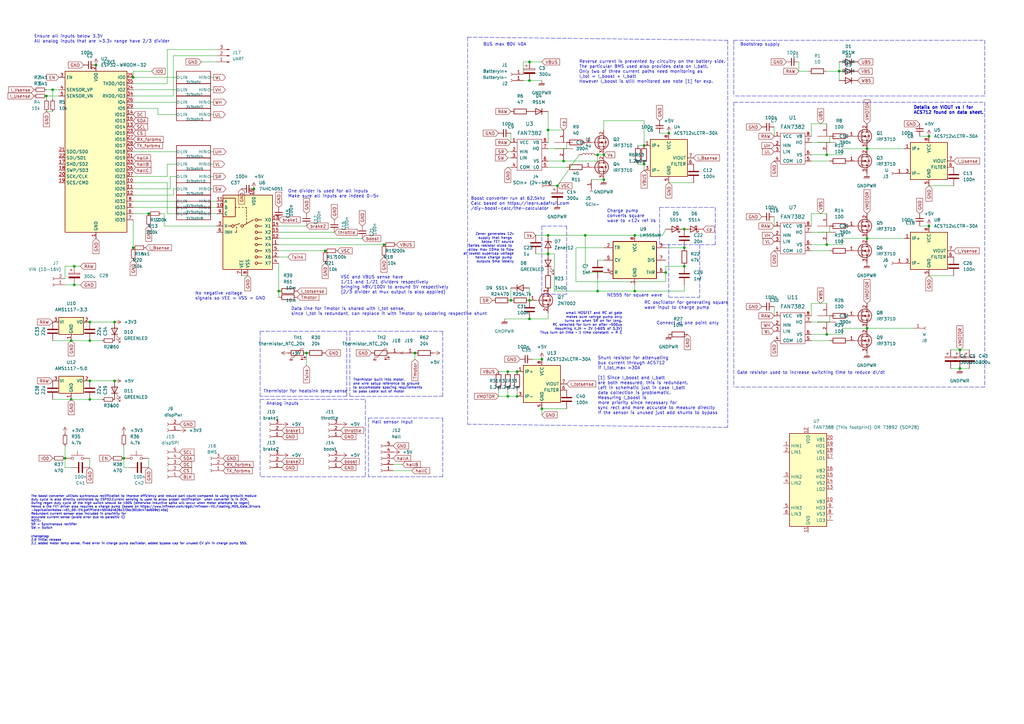
<source format=kicad_sch>
(kicad_sch (version 20211123) (generator eeschema)
  (paper "A3")
  (junction (at 30.48 116.84))
  (junction (at 54.61 101.6))
  (junction (at 224.79 53.34))
  (junction (at 217.17 123.19))
  (junction (at 30.48 109.22))
  (junction (at 264.16 67.31))
  (junction (at 393.7 143.51))
  (junction (at 19.05 39.37))
  (junction (at 212.09 152.4))
  (junction (at 46.99 156.21))
  (junction (at 260.35 96.52))
  (junction (at 217.17 130.81))
  (junction (at 208.28 152.4))
  (junction (at 344.17 29.21))
  (junction (at 280.67 93.98))
  (junction (at 355.6 60.96))
  (junction (at 21.59 36.83))
  (junction (at 245.11 63.5))
  (junction (at 39.37 26.67))
  (junction (at 222.25 147.32))
  (junction (at 231.14 66.04))
  (junction (at 170.18 144.78))
  (junction (at 26.67 187.96))
  (junction (at 29.21 163.83))
  (junction (at 212.09 162.56))
  (junction (at 217.17 33.02))
  (junction (at 50.8 187.96))
  (junction (at 247.65 63.5))
  (junction (at 240.03 96.52))
  (junction (at 260.35 119.38))
  (junction (at 381 55.88))
  (junction (at 208.28 162.56))
  (junction (at 36.83 139.7))
  (junction (at 280.67 109.22))
  (junction (at 224.79 104.14))
  (junction (at 381 92.71))
  (junction (at 245.11 119.38))
  (junction (at 54.61 31.75))
  (junction (at 217.17 25.4))
  (junction (at 36.83 156.21))
  (junction (at 393.7 151.13))
  (junction (at 125.73 144.78))
  (junction (at 60.96 87.63))
  (junction (at 355.6 134.62))
  (junction (at 222.25 167.64))
  (junction (at 104.14 77.47))
  (junction (at 264.16 59.69))
  (junction (at 29.21 139.7))
  (junction (at 339.09 63.5))
  (junction (at 209.55 123.19))
  (junction (at 339.09 100.33))
  (junction (at 133.35 102.87))
  (junction (at 228.6 76.2))
  (junction (at 46.99 132.08))
  (junction (at 157.48 100.33))
  (junction (at 280.67 101.6))
  (junction (at 224.79 96.52))
  (junction (at 114.3 119.38))
  (junction (at 274.32 54.61))
  (junction (at 339.09 137.16))
  (junction (at 247.65 73.66))
  (junction (at 273.05 111.76))
  (junction (at 355.6 97.79))
  (junction (at 36.83 163.83))
  (junction (at 36.83 132.08))
  (wire (pts (xy 344.17 29.21) (xy 344.17 33.02)))
  (polyline (pts (xy 232.41 120.65) (xy 222.25 120.65)))
  (wire (pts (xy 54.61 72.39) (xy 68.58 72.39)))
  (wire (pts (xy 60.96 187.96) (xy 60.96 191.77)))
  (wire (pts (xy 26.67 182.88) (xy 26.67 187.96)))
  (wire (pts (xy 264.16 67.31) (xy 264.16 69.85)))
  (wire (pts (xy 340.36 132.08) (xy 340.36 129.54)))
  (wire (pts (xy 261.62 67.31) (xy 264.16 67.31)))
  (wire (pts (xy 332.74 87.63) (xy 332.74 92.71)))
  (wire (pts (xy 21.59 36.83) (xy 21.59 40.64)))
  (wire (pts (xy 231.14 66.04) (xy 245.11 66.04)))
  (wire (pts (xy 245.11 66.04) (xy 245.11 63.5)))
  (wire (pts (xy 19.05 39.37) (xy 24.13 39.37)))
  (wire (pts (xy 242.57 73.66) (xy 247.65 73.66)))
  (polyline (pts (xy 270.51 85.09) (xy 270.51 100.33)))
  (wire (pts (xy 332.74 58.42) (xy 340.36 58.42)))
  (wire (pts (xy 332.74 124.46) (xy 332.74 129.54)))
  (wire (pts (xy 245.11 119.38) (xy 260.35 119.38)))
  (wire (pts (xy 54.61 31.75) (xy 72.39 31.75)))
  (wire (pts (xy 26.67 114.3) (xy 26.67 109.22)))
  (wire (pts (xy 36.83 163.83) (xy 41.91 163.83)))
  (wire (pts (xy 332.74 137.16) (xy 339.09 137.16)))
  (wire (pts (xy 99.06 113.03) (xy 101.6 113.03)))
  (wire (pts (xy 209.55 58.42) (xy 209.55 54.61)))
  (polyline (pts (xy 106.68 163.83) (xy 149.86 163.83)))
  (wire (pts (xy 264.16 49.53) (xy 264.16 59.69)))
  (wire (pts (xy 381 113.03) (xy 391.16 113.03)))
  (polyline (pts (xy 191.77 15.24) (xy 191.77 173.99)))
  (wire (pts (xy 212.09 160.02) (xy 212.09 162.56)))
  (wire (pts (xy 247.65 101.6) (xy 236.22 101.6)))
  (wire (pts (xy 36.83 187.96) (xy 36.83 191.77)))
  (wire (pts (xy 393.7 151.13) (xy 389.89 151.13)))
  (wire (pts (xy 87.63 46.99) (xy 86.36 46.99)))
  (wire (pts (xy 345.44 134.62) (xy 355.6 134.62)))
  (wire (pts (xy 64.77 46.99) (xy 64.77 44.45)))
  (polyline (pts (xy 106.68 135.89) (xy 106.68 162.56)))
  (wire (pts (xy 218.44 147.32) (xy 222.25 147.32)))
  (wire (pts (xy 165.1 190.5) (xy 161.29 190.5)))
  (wire (pts (xy 227.33 104.14) (xy 227.33 119.38)))
  (wire (pts (xy 224.79 96.52) (xy 240.03 96.52)))
  (wire (pts (xy 50.8 182.88) (xy 50.8 187.96)))
  (wire (pts (xy 137.16 95.25) (xy 114.3 95.25)))
  (wire (pts (xy 332.74 139.7) (xy 340.36 139.7)))
  (wire (pts (xy 332.74 66.04) (xy 340.36 66.04)))
  (wire (pts (xy 232.41 60.96) (xy 232.41 58.42)))
  (wire (pts (xy 204.47 162.56) (xy 208.28 162.56)))
  (wire (pts (xy 208.28 62.23) (xy 209.55 62.23)))
  (polyline (pts (xy 403.86 39.37) (xy 300.99 39.37)))
  (wire (pts (xy 69.85 77.47) (xy 69.85 72.39)))
  (wire (pts (xy 54.61 82.55) (xy 72.39 82.55)))
  (polyline (pts (xy 293.37 100.33) (xy 270.51 100.33)))
  (wire (pts (xy 208.28 68.58) (xy 209.55 68.58)))
  (wire (pts (xy 19.05 36.83) (xy 21.59 36.83)))
  (wire (pts (xy 355.6 134.62) (xy 374.65 134.62)))
  (wire (pts (xy 339.09 29.21) (xy 344.17 29.21)))
  (wire (pts (xy 332.74 132.08) (xy 340.36 132.08)))
  (wire (pts (xy 345.44 137.16) (xy 345.44 134.62)))
  (wire (pts (xy 21.59 36.83) (xy 24.13 36.83)))
  (wire (pts (xy 219.71 104.14) (xy 224.79 104.14)))
  (wire (pts (xy 86.36 77.47) (xy 87.63 77.47)))
  (wire (pts (xy 54.61 39.37) (xy 71.12 39.37)))
  (wire (pts (xy 260.35 119.38) (xy 280.67 119.38)))
  (wire (pts (xy 68.58 74.93) (xy 68.58 87.63)))
  (wire (pts (xy 86.36 31.75) (xy 87.63 31.75)))
  (wire (pts (xy 222.25 170.18) (xy 222.25 167.64)))
  (polyline (pts (xy 300.99 16.51) (xy 300.99 39.37)))
  (polyline (pts (xy 143.51 135.89) (xy 181.61 135.89)))
  (wire (pts (xy 397.51 151.13) (xy 393.7 151.13)))
  (polyline (pts (xy 298.45 16.51) (xy 298.45 175.26)))
  (wire (pts (xy 332.74 95.25) (xy 340.36 95.25)))
  (wire (pts (xy 355.6 97.79) (xy 370.84 97.79)))
  (wire (pts (xy 19.05 40.64) (xy 19.05 39.37)))
  (wire (pts (xy 114.3 119.38) (xy 114.3 121.92)))
  (polyline (pts (xy 403.86 158.75) (xy 300.99 158.75)))
  (wire (pts (xy 345.44 63.5) (xy 345.44 60.96)))
  (wire (pts (xy 36.83 139.7) (xy 41.91 139.7)))
  (wire (pts (xy 209.55 118.11) (xy 209.55 123.19)))
  (wire (pts (xy 72.39 62.23) (xy 54.61 62.23)))
  (wire (pts (xy 87.63 62.23) (xy 86.36 62.23)))
  (wire (pts (xy 214.63 25.4) (xy 217.17 25.4)))
  (wire (pts (xy 125.73 92.71) (xy 114.3 92.71)))
  (polyline (pts (xy 149.86 163.83) (xy 149.86 195.58)))
  (wire (pts (xy 207.01 130.81) (xy 217.17 130.81)))
  (wire (pts (xy 245.11 106.68) (xy 247.65 106.68)))
  (wire (pts (xy 54.61 77.47) (xy 69.85 77.47)))
  (wire (pts (xy 67.31 87.63) (xy 67.31 92.71)))
  (wire (pts (xy 71.12 39.37) (xy 71.12 22.86)))
  (wire (pts (xy 161.29 193.04) (xy 168.91 193.04)))
  (wire (pts (xy 332.74 100.33) (xy 339.09 100.33)))
  (wire (pts (xy 332.74 50.8) (xy 339.09 50.8)))
  (wire (pts (xy 33.02 116.84) (xy 30.48 116.84)))
  (wire (pts (xy 389.89 143.51) (xy 393.7 143.51)))
  (wire (pts (xy 72.39 41.91) (xy 54.61 41.91)))
  (wire (pts (xy 240.03 111.76) (xy 240.03 96.52)))
  (polyline (pts (xy 222.25 92.71) (xy 222.25 120.65)))
  (wire (pts (xy 54.61 29.21) (xy 62.23 29.21)))
  (polyline (pts (xy 287.02 100.33) (xy 287.02 121.92)))
  (polyline (pts (xy 300.99 41.91) (xy 300.99 158.75)))
  (wire (pts (xy 54.61 85.09) (xy 72.39 85.09)))
  (polyline (pts (xy 222.25 92.71) (xy 232.41 92.71)))
  (wire (pts (xy 19.05 45.72) (xy 21.59 45.72)))
  (wire (pts (xy 71.12 80.01) (xy 71.12 77.47)))
  (wire (pts (xy 222.25 33.02) (xy 217.17 33.02)))
  (wire (pts (xy 46.99 132.08) (xy 36.83 132.08)))
  (wire (pts (xy 64.77 44.45) (xy 54.61 44.45)))
  (wire (pts (xy 217.17 33.02) (xy 214.63 33.02)))
  (wire (pts (xy 208.28 160.02) (xy 208.28 162.56)))
  (wire (pts (xy 54.61 74.93) (xy 68.58 74.93)))
  (wire (pts (xy 227.33 76.2) (xy 228.6 76.2)))
  (wire (pts (xy 125.73 144.78) (xy 125.73 149.86)))
  (wire (pts (xy 50.8 191.77) (xy 53.34 191.77)))
  (wire (pts (xy 340.36 95.25) (xy 340.36 92.71)))
  (wire (pts (xy 332.74 63.5) (xy 339.09 63.5)))
  (wire (pts (xy 236.22 115.57) (xy 273.05 115.57)))
  (wire (pts (xy 26.67 187.96) (xy 26.67 191.77)))
  (wire (pts (xy 224.79 60.96) (xy 232.41 60.96)))
  (wire (pts (xy 317.5 92.71) (xy 317.5 88.9)))
  (wire (pts (xy 393.7 143.51) (xy 397.51 143.51)))
  (wire (pts (xy 29.21 163.83) (xy 21.59 163.83)))
  (wire (pts (xy 29.21 163.83) (xy 36.83 163.83)))
  (polyline (pts (xy 181.61 135.89) (xy 181.61 162.56)))
  (wire (pts (xy 224.79 130.81) (xy 224.79 128.27)))
  (polyline (pts (xy 149.86 195.58) (xy 106.68 195.58)))
  (wire (pts (xy 71.12 22.86) (xy 88.9 22.86)))
  (wire (pts (xy 217.17 130.81) (xy 224.79 130.81)))
  (polyline (pts (xy 270.51 85.09) (xy 293.37 85.09)))
  (polyline (pts (xy 191.77 15.24) (xy 298.45 16.51)))
  (polyline (pts (xy 106.68 163.83) (xy 106.68 195.58)))
  (wire (pts (xy 29.21 139.7) (xy 21.59 139.7)))
  (wire (pts (xy 345.44 60.96) (xy 355.6 60.96)))
  (polyline (pts (xy 181.61 195.58) (xy 151.13 195.58)))
  (wire (pts (xy 260.35 119.38) (xy 260.35 116.84)))
  (wire (pts (xy 118.11 105.41) (xy 114.3 105.41)))
  (wire (pts (xy 339.09 137.16) (xy 345.44 137.16)))
  (wire (pts (xy 214.63 30.48) (xy 214.63 25.4)))
  (wire (pts (xy 339.09 100.33) (xy 345.44 100.33)))
  (polyline (pts (xy 143.51 162.56) (xy 181.61 162.56)))
  (polyline (pts (xy 151.13 171.45) (xy 181.61 171.45)))
  (wire (pts (xy 67.31 92.71) (xy 88.9 92.71)))
  (wire (pts (xy 271.78 96.52) (xy 273.05 93.98)))
  (wire (pts (xy 247.65 111.76) (xy 240.03 111.76)))
  (wire (pts (xy 66.04 87.63) (xy 67.31 87.63)))
  (wire (pts (xy 227.33 119.38) (xy 245.11 119.38)))
  (wire (pts (xy 148.59 97.79) (xy 114.3 97.79)))
  (wire (pts (xy 224.79 66.04) (xy 231.14 66.04)))
  (wire (pts (xy 332.74 87.63) (xy 339.09 87.63)))
  (wire (pts (xy 54.61 31.75) (xy 54.61 29.21)))
  (wire (pts (xy 261.62 59.69) (xy 264.16 59.69)))
  (polyline (pts (xy 300.99 16.51) (xy 403.86 16.51)))
  (polyline (pts (xy 403.86 41.91) (xy 403.86 158.75)))
  (wire (pts (xy 339.09 63.5) (xy 345.44 63.5)))
  (wire (pts (xy 236.22 101.6) (xy 236.22 115.57)))
  (wire (pts (xy 71.12 77.47) (xy 72.39 77.47)))
  (polyline (pts (xy 143.51 135.89) (xy 143.51 162.56)))
  (wire (pts (xy 260.35 96.52) (xy 271.78 96.52)))
  (wire (pts (xy 219.71 96.52) (xy 224.79 96.52)))
  (wire (pts (xy 30.48 109.22) (xy 33.02 109.22)))
  (wire (pts (xy 345.44 100.33) (xy 345.44 97.79)))
  (polyline (pts (xy 181.61 171.45) (xy 181.61 195.58)))
  (polyline (pts (xy 142.24 135.89) (xy 142.24 162.56)))
  (wire (pts (xy 332.74 50.8) (xy 332.74 55.88)))
  (wire (pts (xy 86.36 67.31) (xy 87.63 67.31)))
  (wire (pts (xy 273.05 101.6) (xy 280.67 101.6)))
  (wire (pts (xy 26.67 191.77) (xy 29.21 191.77)))
  (polyline (pts (xy 151.13 171.45) (xy 151.13 195.58)))
  (wire (pts (xy 227.33 104.14) (xy 224.79 104.14)))
  (wire (pts (xy 86.36 87.63) (xy 88.9 87.63)))
  (wire (pts (xy 274.32 74.93) (xy 284.48 74.93)))
  (wire (pts (xy 86.36 82.55) (xy 88.9 82.55)))
  (wire (pts (xy 68.58 20.32) (xy 88.9 20.32)))
  (wire (pts (xy 87.63 36.83) (xy 86.36 36.83)))
  (wire (pts (xy 68.58 34.29) (xy 68.58 20.32)))
  (wire (pts (xy 208.28 162.56) (xy 212.09 162.56)))
  (wire (pts (xy 50.8 187.96) (xy 50.8 191.77)))
  (wire (pts (xy 273.05 111.76) (xy 273.05 109.22)))
  (wire (pts (xy 280.67 119.38) (xy 280.67 116.84)))
  (wire (pts (xy 273.05 109.22) (xy 280.67 109.22)))
  (polyline (pts (xy 232.41 92.71) (xy 232.41 120.65)))
  (wire (pts (xy 46.99 156.21) (xy 36.83 156.21)))
  (wire (pts (xy 224.79 119.38) (xy 224.79 118.11)))
  (wire (pts (xy 344.17 25.4) (xy 344.17 29.21)))
  (polyline (pts (xy 274.32 121.92) (xy 287.02 121.92)))
  (wire (pts (xy 54.61 80.01) (xy 71.12 80.01)))
  (polyline (pts (xy 274.32 100.33) (xy 274.32 121.92)))
  (wire (pts (xy 273.05 115.57) (xy 273.05 111.76)))
  (wire (pts (xy 30.48 116.84) (xy 26.67 116.84)))
  (wire (pts (xy 88.9 25.4) (xy 82.55 25.4)))
  (wire (pts (xy 224.79 53.34) (xy 224.79 58.42)))
  (wire (pts (xy 72.39 46.99) (xy 64.77 46.99)))
  (wire (pts (xy 68.58 72.39) (xy 68.58 67.31)))
  (wire (pts (xy 208.28 64.77) (xy 209.55 64.77)))
  (wire (pts (xy 317.5 129.54) (xy 317.5 125.73)))
  (wire (pts (xy 224.79 45.72) (xy 224.79 53.34)))
  (wire (pts (xy 54.61 34.29) (xy 68.58 34.29)))
  (wire (pts (xy 327.66 29.21) (xy 327.66 25.4)))
  (wire (pts (xy 270.51 54.61) (xy 274.32 54.61)))
  (polyline (pts (xy 142.24 162.56) (xy 106.68 162.56)))
  (wire (pts (xy 377.19 55.88) (xy 381 55.88)))
  (wire (pts (xy 247.65 53.34) (xy 247.65 49.53)))
  (wire (pts (xy 170.18 144.78) (xy 170.18 147.32)))
  (wire (pts (xy 114.3 107.95) (xy 114.3 119.38)))
  (wire (pts (xy 237.49 63.5) (xy 228.6 76.2)))
  (wire (pts (xy 86.36 72.39) (xy 87.63 72.39)))
  (wire (pts (xy 327.66 29.21) (xy 331.47 29.21)))
  (wire (pts (xy 69.85 72.39) (xy 72.39 72.39)))
  (wire (pts (xy 29.21 139.7) (xy 36.83 139.7)))
  (wire (pts (xy 332.74 102.87) (xy 340.36 102.87)))
  (wire (pts (xy 355.6 60.96) (xy 370.84 60.96)))
  (wire (pts (xy 381 76.2) (xy 391.16 76.2)))
  (wire (pts (xy 245.11 114.3) (xy 245.11 119.38)))
  (wire (pts (xy 222.25 167.64) (xy 232.41 167.64)))
  (polyline (pts (xy 106.68 135.89) (xy 142.24 135.89)))
  (wire (pts (xy 54.61 87.63) (xy 60.96 87.63)))
  (wire (pts (xy 340.36 58.42) (xy 340.36 55.88)))
  (wire (pts (xy 217.17 118.11) (xy 217.17 123.19)))
  (wire (pts (xy 114.3 100.33) (xy 157.48 100.33)))
  (polyline (pts (xy 293.37 85.09) (xy 293.37 100.33)))
  (wire (pts (xy 72.39 36.83) (xy 54.61 36.83)))
  (wire (pts (xy 247.65 49.53) (xy 264.16 49.53)))
  (wire (pts (xy 377.19 92.71) (xy 381 92.71)))
  (wire (pts (xy 224.79 53.34) (xy 231.14 53.34)))
  (wire (pts (xy 26.67 109.22) (xy 30.48 109.22)))
  (wire (pts (xy 204.47 152.4) (xy 208.28 152.4)))
  (wire (pts (xy 224.79 68.58) (xy 232.41 68.58)))
  (wire (pts (xy 240.03 96.52) (xy 260.35 96.52)))
  (polyline (pts (xy 300.99 41.91) (xy 403.86 41.91)))
  (wire (pts (xy 345.44 97.79) (xy 355.6 97.79)))
  (wire (pts (xy 114.3 102.87) (xy 133.35 102.87)))
  (wire (pts (xy 217.17 25.4) (xy 222.25 25.4)))
  (wire (pts (xy 332.74 124.46) (xy 339.09 124.46)))
  (wire (pts (xy 204.47 160.02) (xy 204.47 162.56)))
  (wire (pts (xy 68.58 67.31) (xy 72.39 67.31)))
  (polyline (pts (xy 298.45 175.26) (xy 191.77 173.99)))
  (polyline (pts (xy 403.86 16.51) (xy 403.86 39.37)))
  (wire (pts (xy 68.58 87.63) (xy 72.39 87.63)))
  (wire (pts (xy 87.63 41.91) (xy 86.36 41.91)))
  (wire (pts (xy 317.5 55.88) (xy 317.5 52.07)))
  (wire (pts (xy 208.28 152.4) (xy 212.09 152.4)))
  (wire (pts (xy 245.11 63.5) (xy 247.65 63.5)))
  (wire (pts (xy 54.61 90.17) (xy 54.61 101.6)))
  (wire (pts (xy 86.36 85.09) (xy 88.9 85.09)))
  (text "Shunt resistor for attenuating \nbus current through ACS712\nif I_tot_max >30A\n\n[1] Since I_boost and I_batt \nare both measured, this is redundant.\nLeft in schematic just in case I_batt \ndata collection is problematic. \nMeasuring I_boost is \nmore priority since necessary for \nsync rect and more accurate to measure direclty\nIf the sensor is unused just add shunts to bypass" (at 245.11 170.18 0) (effects (font (size 1.27 1.27)) (justify left bottom)))
  (text "Reverse current is prevented by circuitry on the battery side.\nThe particular BMS used also provides data on I_batt.\nOnly two of three current paths need monitoring as \nI_tot = I_boost + I_batt\nHowever I_boost is still monitored see note [1] for exp." (at 237.49 34.29 0) (effects (font (size 1.27 1.27)) (justify left bottom)))
  (text "Thermistor built into motor,\none wire setup reference to ground \nto accomodate spacing requirements \nto pass cable out of motor\n" (at 144.78 161.29 0) (effects (font (size 1 1)) (justify left bottom)))
  (text "Connect at one point only\n" (at 269.24 133.35 0) (effects (font (size 1.27 1.27)) (justify left bottom)))
  (text "Hall sensor input\n" (at 152.4 173.99 0) (effects (font (size 1.27 1.27)) (justify left bottom)))
  (text "Analog inputs\n" (at 109.22 166.37 0) (effects (font (size 1.27 1.27)) (justify left bottom)))
  (text "small MOSFET and RC at gate\nmakes sure vahrge pump only\nturns on when SR on for long.\nRC selected for turn on after ~500us\nAssuming V_th = 2V (~60% of 3.3V)\nThus turn on time ~ 1 time constant = R C" (at 255.27 137.16 0) (effects (font (size 1 1)) (justify right bottom)))
  (text "BUS max 80V 40A\n" (at 198.12 19.05 0) (effects (font (size 1.27 1.27)) (justify left bottom)))
  (text "Gate resistor used to increase switching time to reduce dI/dt\n" (at 302.26 153.67 0) (effects (font (size 1.27 1.27)) (justify left bottom)))
  (text "Ensure all inputs below 3.3V\nAll analog inputs that are >3.3v range have 2/3 divider" (at 13.97 17.78 0) (effects (font (size 1.27 1.27)) (justify left bottom)))
  (text "Boost converter run at 62.5khz\nCalc based on https://learn.adafruit.com\n/diy-boost-calc/the-calculator" (at 193.04 86.36 0) (effects (font (size 1.27 1.27)) (justify left bottom)))
  (text "Bootstrap supply\n" (at 303.53 19.05 0) (effects (font (size 1.27 1.27)) (justify left bottom)))
  (text "Zener generates 12v\nsupply that hangs \nbelow FET source\nSeries resistor sized to \nallow max 10ma to flow\nat lowest supercap voltage\nhence charge pump \noutputs 5ma ideally" (at 210.82 107.95 0) (effects (font (size 1 1)) (justify right bottom)))
  (text "Data line for Tmotor is shared with I_tot sense,\nsince I_tot is redundant, can replace it with Tmotor by soldering respective shunt" (at 119.38 129.54 0) (effects (font (size 1.27 1.27)) (justify left bottom)))
  (text "Thermistor for heatsink temp sense" (at 107.95 161.29 0) (effects (font (size 1.27 1.27)) (justify left bottom)))
  (text "Charge pump\nconverts square \nwave to +12v ref Vs" (at 248.92 91.44 0) (effects (font (size 1.27 1.27)) (justify left bottom)))
  (text "VSC and VBUS sense have \n1/11 and 1/21 dividers respectively \nbringing 48V/100V to around 5V respectively\n(2/3 divider at mux output is also applied)" (at 139.7 120.65 0) (effects (font (size 1.27 1.27)) (justify left bottom)))
  (text "No negative voltage \nsignals so VEE = VSS = GND\n" (at 80.01 123.19 0) (effects (font (size 1.27 1.27)) (justify left bottom)))
  (text "One divider is used for all inputs\nMake sure all inputs are indeed 0-5v" (at 118.11 81.28 0) (effects (font (size 1.27 1.27)) (justify left bottom)))
  (text "changelog:\n2.0 initial release\n2.1 added motor temp sense, fixed error in charge pump oscillator, added bypass cap for unused CV pin in charge pump 555. " (at 12.7 223.52 0) (effects (font (size 0.9 0.9)) (justify left bottom)))
  (text "Details on VIOUT vs I for\nACS712 found on data sheet." (at 374.65 46.99 0) (effects (font (size 1.27 1.27) (thickness 0.254) bold) (justify left bottom)))
  (text "RC oscillator for generating square \nwave input to charge pump\n" (at 264.16 127 0) (effects (font (size 1.27 1.27)) (justify left bottom)))
  (text "NE555 for square wave" (at 248.92 121.92 0) (effects (font (size 1.27 1.27)) (justify left bottom)))
  (text "The boost converter utilises sychronous rectification to improve efficiency and reduce part count compared to using prebuilt module\nduty cycle is also directly controlled by ESP32.Current sensing is used to allow proper rectification  when converter is in DCM.\nDuring regen duty cycle of the high switch should be 100% (otherwise inductive spike will occur when motor attempts to regen)\nHence a the FET driver also requires a charge pump (based on https://www.infineon.com/dgdl/Infineon-HV_Floating_MOS_Gate_Drivers\n-ApplicationNotes-v01_00-EN.pdf?fileId=5546d4626c1f3dc3016c47de609d140a)\nRedundant current sensor also included in proximity for \naccurate current sense (avoid error due to parasitic C)\nNOTE:\nSR = Synchronous recitifer \nSW = Switch" (at 12.7 217.17 0) (effects (font (size 0.9 0.9)) (justify left bottom)))
  (global_label "GND" (shape input) (at 317.5 102.87 270) (property "Intersheet References" "${INTERSHEET_REFS}" (effects hide)))
  (global_label "throttle" (shape input) (at 139.7 176.53 0) (property "Intersheet References" "${INTERSHEET_REFS}" (effects hide)))
  (global_label "I_Usense" (shape input) (at 391.16 66.04 0) (property "Intersheet References" "${INTERSHEET_REFS}" (effects hide)))
  (global_label "TX_forbms" (shape input) (at 54.61 59.69 0) (property "Intersheet References" "${INTERSHEET_REFS}" (effects hide)))
  (global_label "GND" (shape input) (at 133.35 107.95 270) (property "Intersheet References" "${INTERSHEET_REFS}" (effects hide)))
  (global_label "GND" (shape input) (at 381 113.03 270) (property "Intersheet References" "${INTERSHEET_REFS}" (effects hide)))
  (global_label "VMOTOR" (shape input) (at 355.6 124.46 90) (property "Intersheet References" "${INTERSHEET_REFS}" (effects hide)))
  (global_label "VL" (shape output) (at 87.63 67.31 0) (property "Intersheet References" "${INTERSHEET_REFS}" (effects hide)))
  (global_label "RAW" (shape input) (at 317.5 129.54 180) (property "Intersheet References" "${INTERSHEET_REFS}" (effects hide)))
  (global_label "GND" (shape input) (at 99.06 77.47 270) (property "Intersheet References" "${INTERSHEET_REFS}" (effects hide)))
  (global_label "EN" (shape input) (at 24.13 31.75 180) (property "Intersheet References" "${INTERSHEET_REFS}" (effects hide)))
  (global_label "GND" (shape input) (at 381 76.2 270) (property "Intersheet References" "${INTERSHEET_REFS}" (effects hide)))
  (global_label "GND" (shape input) (at 222.25 170.18 0) (property "Intersheet References" "${INTERSHEET_REFS}" (effects hide)))
  (global_label "Tmotor" (shape input) (at 121.92 121.92 0) (property "Intersheet References" "${INTERSHEET_REFS}" (effects hide)))
  (global_label "RX_forbms" (shape input) (at 91.44 190.5 0) (property "Intersheet References" "${INTERSHEET_REFS}" (effects hide)))
  (global_label "I_totsense" (shape input) (at 121.92 119.38 0) (property "Intersheet References" "${INTERSHEET_REFS}" (effects hide)))
  (global_label "GND" (shape input) (at 312.42 52.07 180) (property "Intersheet References" "${INTERSHEET_REFS}" (effects hide)))
  (global_label "SDA" (shape input) (at 54.61 49.53 0) (property "Intersheet References" "${INTERSHEET_REFS}" (effects hide)))
  (global_label "GND" (shape input) (at 161.29 182.88 0) (property "Intersheet References" "${INTERSHEET_REFS}" (effects hide)))
  (global_label "GND" (shape input) (at 114.3 85.09 90) (property "Intersheet References" "${INTERSHEET_REFS}" (effects hide)))
  (global_label "RAW" (shape input) (at 21.59 156.21 180) (property "Intersheet References" "${INTERSHEET_REFS}" (effects hide)))
  (global_label "GND" (shape input) (at 377.19 50.8 180) (property "Intersheet References" "${INTERSHEET_REFS}" (effects hide)))
  (global_label "VH" (shape output) (at 87.63 36.83 0) (property "Intersheet References" "${INTERSHEET_REFS}" (effects hide)))
  (global_label "UL" (shape input) (at 317.5 62.23 180) (property "Intersheet References" "${INTERSHEET_REFS}" (effects hide)))
  (global_label "UH" (shape input) (at 317.5 59.69 180) (property "Intersheet References" "${INTERSHEET_REFS}" (effects hide)))
  (global_label "GND" (shape input) (at 125.73 87.63 90) (property "Intersheet References" "${INTERSHEET_REFS}" (effects hide)))
  (global_label "UL" (shape output) (at 87.63 46.99 0) (property "Intersheet References" "${INTERSHEET_REFS}" (effects hide)))
  (global_label "WBS" (shape input) (at 336.55 124.46 90) (property "Intersheet References" "${INTERSHEET_REFS}" (effects hide)))
  (global_label "SDA" (shape input) (at 73.66 187.96 0) (property "Intersheet References" "${INTERSHEET_REFS}" (effects hide)))
  (global_label "boost" (shape input) (at 139.7 189.23 0) (property "Intersheet References" "${INTERSHEET_REFS}" (effects hide)))
  (global_label "throttle" (shape input) (at 137.16 95.25 0) (property "Intersheet References" "${INTERSHEET_REFS}" (effects hide)))
  (global_label "GND" (shape input) (at 29.21 139.7 270) (property "Intersheet References" "${INTERSHEET_REFS}" (effects hide)))
  (global_label "DC" (shape input) (at 54.61 46.99 0) (property "Intersheet References" "${INTERSHEET_REFS}" (effects hide)))
  (global_label "RAW" (shape input) (at 21.59 132.08 180) (property "Intersheet References" "${INTERSHEET_REFS}" (effects hide)))
  (global_label "SW" (shape output) (at 87.63 77.47 0) (property "Intersheet References" "${INTERSHEET_REFS}" (effects hide)))
  (global_label "brake2" (shape input) (at 115.57 189.23 0) (property "Intersheet References" "${INTERSHEET_REFS}" (effects hide)))
  (global_label "I_Bsense" (shape input) (at 284.48 64.77 0) (property "Intersheet References" "${INTERSHEET_REFS}" (effects hide)))
  (global_label "RAW" (shape input) (at 327.66 29.21 180) (property "Intersheet References" "${INTERSHEET_REFS}" (effects hide)))
  (global_label "SR" (shape input) (at 201.93 123.19 180) (property "Intersheet References" "${INTERSHEET_REFS}" (effects hide)))
  (global_label "UBS" (shape input) (at 336.55 50.8 90) (property "Intersheet References" "${INTERSHEET_REFS}" (effects hide)))
  (global_label "GND" (shape input) (at 36.83 191.77 270) (property "Intersheet References" "${INTERSHEET_REFS}" (effects hide)))
  (global_label "VMOTOR" (shape input) (at 355.6 50.8 90) (property "Intersheet References" "${INTERSHEET_REFS}" (effects hide)))
  (global_label "VSC" (shape input) (at 138.43 102.87 0) (property "Intersheet References" "${INTERSHEET_REFS}" (effects hide)))
  (global_label "UH" (shape output) (at 87.63 62.23 0) (property "Intersheet References" "${INTERSHEET_REFS}" (effects hide)))
  (global_label "brake2" (shape input) (at 125.73 92.71 0) (property "Intersheet References" "${INTERSHEET_REFS}" (effects hide)))
  (global_label "hallA" (shape input) (at 54.61 64.77 0) (property "Intersheet References" "${INTERSHEET_REFS}" (effects hide)))
  (global_label "GND" (shape input) (at 137.16 90.17 90) (property "Intersheet References" "${INTERSHEET_REFS}" (effects hide)))
  (global_label "RAW" (shape input) (at 209.55 45.72 180) (property "Intersheet References" "${INTERSHEET_REFS}" (effects hide)))
  (global_label "GND" (shape input) (at 19.05 45.72 270) (property "Intersheet References" "${INTERSHEET_REFS}" (effects hide)))
  (global_label "I_Bsense" (shape input) (at 59.69 101.6 0) (property "Intersheet References" "${INTERSHEET_REFS}" (effects hide)))
  (global_label "GND" (shape input) (at 82.55 25.4 180) (property "Intersheet References" "${INTERSHEET_REFS}" (effects hide)))
  (global_label "UBS" (shape input) (at 351.79 25.4 0) (property "Intersheet References" "${INTERSHEET_REFS}" (effects hide)))
  (global_label "GND" (shape input) (at 29.21 163.83 270) (property "Intersheet References" "${INTERSHEET_REFS}" (effects hide)))
  (global_label "I_Vsense" (shape input) (at 13.97 36.83 180) (property "Intersheet References" "${INTERSHEET_REFS}" (effects hide)))
  (global_label "GND" (shape input) (at 60.96 191.77 270) (property "Intersheet References" "${INTERSHEET_REFS}" (effects hide)))
  (global_label "IO0" (shape input) (at 21.59 187.96 180) (property "Intersheet References" "${INTERSHEET_REFS}" (effects hide)))
  (global_label "VBUS" (shape input) (at 162.56 100.33 0) (property "Intersheet References" "${INTERSHEET_REFS}" (effects hide)))
  (global_label "VBS" (shape input) (at 351.79 29.21 0) (property "Intersheet References" "${INTERSHEET_REFS}" (effects hide)))
  (global_label "GND" (shape input) (at 270.51 49.53 90) (property "Intersheet References" "${INTERSHEET_REFS}" (effects hide)))
  (global_label "brake1" (shape input) (at 115.57 176.53 0) (property "Intersheet References" "${INTERSHEET_REFS}" (effects hide)))
  (global_label "GND" (shape input) (at 139.7 179.07 0) (property "Intersheet References" "${INTERSHEET_REFS}" (effects hide)))
  (global_label "GND" (shape input) (at 91.44 187.96 0) (property "Intersheet References" "${INTERSHEET_REFS}" (effects hide)))
  (global_label "GND" (shape input) (at 115.57 191.77 0) (property "Intersheet References" "${INTERSHEET_REFS}" (effects hide)))
  (global_label "GND" (shape input) (at 312.42 88.9 180) (property "Intersheet References" "${INTERSHEET_REFS}" (effects hide)))
  (global_label "VL" (shape input) (at 317.5 99.06 180) (property "Intersheet References" "${INTERSHEET_REFS}" (effects hide)))
  (global_label "VBUS" (shape input) (at 204.47 152.4 180) (property "Intersheet References" "${INTERSHEET_REFS}" (effects hide)))
  (global_label "CS" (shape input) (at 54.61 54.61 0) (property "Intersheet References" "${INTERSHEET_REFS}" (effects hide)))
  (global_label "GND" (shape input) (at 208.28 68.58 270) (property "Intersheet References" "${INTERSHEET_REFS}" (effects hide)))
  (global_label "VBUS" (shape input) (at 264.16 69.85 270) (property "Intersheet References" "${INTERSHEET_REFS}" (effects hide)))
  (global_label "RAW" (shape input) (at 317.5 92.71 180) (property "Intersheet References" "${INTERSHEET_REFS}" (effects hide)))
  (global_label "cp" (shape input) (at 288.29 93.98 0) (property "Intersheet References" "${INTERSHEET_REFS}" (effects hide)))
  (global_label "GND" (shape input) (at 322.58 25.4 180) (property "Intersheet References" "${INTERSHEET_REFS}" (effects hide)))
  (global_label "GND" (shape input) (at 152.4 144.78 180) (property "Intersheet References" "${INTERSHEET_REFS}" (effects hide)))
  (global_label "Vs" (shape input) (at 247.65 63.5 0) (property "Intersheet References" "${INTERSHEET_REFS}" (effects hide)))
  (global_label "hallC" (shape input) (at 54.61 69.85 0) (property "Intersheet References" "${INTERSHEET_REFS}" (effects hide)))
  (global_label "EN" (shape input) (at 45.72 187.96 180) (property "Intersheet References" "${INTERSHEET_REFS}" (effects hide)))
  (global_label "VBS" (shape input) (at 336.55 87.63 90) (property "Intersheet References" "${INTERSHEET_REFS}" (effects hide)))
  (global_label "GND" (shape input) (at 39.37 97.79 270) (property "Intersheet References" "${INTERSHEET_REFS}" (effects hide)))
  (global_label "SCL" (shape input) (at 54.61 52.07 0) (property "Intersheet References" "${INTERSHEET_REFS}" (effects hide)))
  (global_label "VH" (shape input) (at 317.5 96.52 180) (property "Intersheet References" "${INTERSHEET_REFS}" (effects hide)))
  (global_label "DC" (shape input) (at 73.66 190.5 0) (property "Intersheet References" "${INTERSHEET_REFS}" (effects hide)))
  (global_label "GND" (shape input) (at 317.5 66.04 270) (property "Intersheet References" "${INTERSHEET_REFS}" (effects hide)))
  (global_label "TX_forbms" (shape input) (at 91.44 193.04 0) (property "Intersheet References" "${INTERSHEET_REFS}" (effects hide)))
  (global_label "GND" (shape input) (at 73.66 173.99 0) (property "Intersheet References" "${INTERSHEET_REFS}" (effects hide)))
  (global_label "GND" (shape input) (at 33.02 116.84 0) (property "Intersheet References" "${INTERSHEET_REFS}" (effects hide)))
  (global_label "RAW" (shape input) (at 33.02 109.22 0) (property "Intersheet References" "${INTERSHEET_REFS}" (effects hide)))
  (global_label "GND" (shape input) (at 213.36 147.32 180) (property "Intersheet References" "${INTERSHEET_REFS}" (effects hide)))
  (global_label "GND" (shape input) (at 34.29 26.67 180) (property "Intersheet References" "${INTERSHEET_REFS}" (effects hide)))
  (global_label "VMOTOR" (shape input) (at 393.7 143.51 90) (property "Intersheet References" "${INTERSHEET_REFS}" (effects hide)))
  (global_label "IO0" (shape input) (at 62.23 29.21 0) (property "Intersheet References" "${INTERSHEET_REFS}" (effects hide)))
  (global_label "GND" (shape input) (at 317.5 139.7 270) (property "Intersheet References" "${INTERSHEET_REFS}" (effects hide)))
  (global_label "Tmotor" (shape input) (at 170.18 147.32 270) (property "Intersheet References" "${INTERSHEET_REFS}" (effects hide)))
  (global_label "cp" (shape input) (at 231.14 53.34 90) (property "Intersheet References" "${INTERSHEET_REFS}" (effects hide)))
  (global_label "hallB" (shape input) (at 54.61 67.31 0) (property "Intersheet References" "${INTERSHEET_REFS}" (effects hide)))
  (global_label "GND" (shape input) (at 281.94 137.16 270) (property "Intersheet References" "${INTERSHEET_REFS}" (effects hide)))
  (global_label "GND" (shape input) (at 148.59 92.71 90) (property "Intersheet References" "${INTERSHEET_REFS}" (effects hide)))
  (global_label "RX_forbms" (shape input) (at 54.61 57.15 0) (property "Intersheet References" "${INTERSHEET_REFS}" (effects hide)))
  (global_label "I_Vsense" (shape input) (at 391.16 102.87 0) (property "Intersheet References" "${INTERSHEET_REFS}" (effects hide)))
  (global_label "WL" (shape input) (at 317.5 135.89 180) (property "Intersheet References" "${INTERSHEET_REFS}" (effects hide)))
  (global_label "GND" (shape input) (at 274.32 74.93 270) (property "Intersheet References" "${INTERSHEET_REFS}" (effects hide)))
  (global_label "I_totsense" (shape input) (at 232.41 157.48 0) (property "Intersheet References" "${INTERSHEET_REFS}" (effects hide)))
  (global_label "BLK" (shape input) (at 73.66 195.58 0) (property "Intersheet References" "${INTERSHEET_REFS}" (effects hide)))
  (global_label "GND" (shape input) (at 377.19 87.63 90) (property "Intersheet References" "${INTERSHEET_REFS}" (effects hide)))
  (global_label "WH" (shape output) (at 87.63 41.91 0) (property "Intersheet References" "${INTERSHEET_REFS}" (effects hide)))
  (global_label "WH" (shape input) (at 317.5 133.35 180) (property "Intersheet References" "${INTERSHEET_REFS}" (effects hide)))
  (global_label "Vs" (shape input) (at 219.71 96.52 180) (property "Intersheet References" "${INTERSHEET_REFS}" (effects hide)))
  (global_label "RAW" (shape input) (at 317.5 55.88 180) (property "Intersheet References" "${INTERSHEET_REFS}" (effects hide)))
  (global_label "hallA" (shape input) (at 161.29 187.96 0) (property "Intersheet References" "${INTERSHEET_REFS}" (effects hide)))
  (global_label "SR" (shape output) (at 87.63 72.39 0) (property "Intersheet References" "${INTERSHEET_REFS}" (effects hide)))
  (global_label "GND" (shape input) (at 54.61 106.68 270) (property "Intersheet References" "${INTERSHEET_REFS}" (effects hide)))
  (global_label "hallB" (shape input) (at 165.1 190.5 0) (property "Intersheet References" "${INTERSHEET_REFS}" (effects hide)))
  (global_label "GND" (shape input) (at 157.48 105.41 270) (property "Intersheet References" "${INTERSHEET_REFS}" (effects hide)))
  (global_label "Tsink" (shape input) (at 125.73 149.86 270) (property "Intersheet References" "${INTERSHEET_REFS}" (effects hide)))
  (global_label "GND" (shape input) (at 312.42 125.73 180) (property "Intersheet References" "${INTERSHEET_REFS}" (effects hide)))
  (global_label "VBUS" (shape input) (at 222.25 25.4 0) (property "Intersheet References" "${INTERSHEET_REFS}" (effects hide)))
  (global_label "CS" (shape input) (at 73.66 193.04 0) (property "Intersheet References" "${INTERSHEET_REFS}" (effects hide)))
  (global_label "GND" (shape input) (at 60.96 92.71 270) (property "Intersheet References" "${INTERSHEET_REFS}" (effects hide)))
  (global_label "brake1" (shape input) (at 114.3 90.17 0) (property "Intersheet References" "${INTERSHEET_REFS}" (effects hide)))
  (global_label "GND" (shape input) (at 101.6 113.03 270) (property "Intersheet References" "${INTERSHEET_REFS}" (effects hide)))
  (global_label "GND" (shape input) (at 133.35 144.78 0) (property "Intersheet References" "${INTERSHEET_REFS}" (effects hide)))
  (global_label "RAW" (shape input) (at 209.55 58.42 180) (property "Intersheet References" "${INTERSHEET_REFS}" (effects hide)))
  (global_label "WL" (shape output) (at 87.63 31.75 0) (property "Intersheet References" "${INTERSHEET_REFS}" (effects hide)))
  (global_label "Tsink" (shape input) (at 118.11 105.41 0) (property "Intersheet References" "${INTERSHEET_REFS}" (effects hide)))
  (global_label "WBS" (shape input) (at 351.79 33.02 0) (property "Intersheet References" "${INTERSHEET_REFS}" (effects hide)))
  (global_label "GND" (shape input) (at 115.57 179.07 0) (property "Intersheet References" "${INTERSHEET_REFS}" (effects hide)))
  (global_label "VMOTOR" (shape input) (at 204.47 162.56 180) (property "Intersheet References" "${INTERSHEET_REFS}" (effects hide)))
  (global_label "SCL" (shape input) (at 73.66 185.42 0) (property "Intersheet References" "${INTERSHEET_REFS}" (effects hide)))
  (global_label "SW" (shape input) (at 208.28 64.77 180) (property "Intersheet References" "${INTERSHEET_REFS}" (effects hide)))
  (global_label "SR" (shape input) (at 208.28 62.23 180) (property "Intersheet References" "${INTERSHEET_REFS}" (effects hide)))
  (global_label "VSC" (shape input) (at 228.6 76.2 0) (property "Intersheet References" "${INTERSHEET_REFS}" (effects hide)))
  (global_label "GND" (shape input) (at 139.7 191.77 0) (property "Intersheet References" "${INTERSHEET_REFS}" (effects hide)))
  (global_label "I_Usense" (shape input) (at 13.97 39.37 180) (property "Intersheet References" "${INTERSHEET_REFS}" (effects hide)))
  (global_label "hallC" (shape input) (at 168.91 193.04 0) (property "Intersheet References" "${INTERSHEET_REFS}" (effects hide)))
  (global_label "GND" (shape input) (at 204.47 54.61 180) (property "Intersheet References" "${INTERSHEET_REFS}" (effects hide)))
  (global_label "boost" (shape input) (at 148.59 97.79 0) (property "Intersheet References" "${INTERSHEET_REFS}" (effects hide)))
  (global_label "VMOTOR" (shape input) (at 355.6 87.63 90) (property "Intersheet References" "${INTERSHEET_REFS}" (effects hide)))
  (symbol (lib_id "power:GNDPWR") (at 207.01 130.81 0) (unit 1)
    (property "Reference" "#PWR08" (effects hide))
    (property "Value" "GNDPWR" (at 206.883 135.89 0))
  )
  (symbol (lib_id "Transistor_FET:IRF540N") (at 353.06 66.04 0) (unit 1)
    (property "Reference" "Q3" (at 359.41 64.7699 0) (effects (justify left)))
    (property "Value" "IRF3710" (at 359.41 67.3099 0) (effects (justify left)))
    (property "Footprint" "Package_TO_SOT_THT:TO-220-3_Horizontal_TabUp_NoHoleClearance" (effects hide))
    (property "Datasheet" "http://www.irf.com/product-info/datasheets/data/irf540n.pdf" (effects hide))
  )
  (symbol (lib_id "power:+5V") (at 381 55.88 0) (unit 1)
    (property "Reference" "#PWR0103" (effects hide))
    (property "Value" "+5V" (at 381 50.8 0))
  )
  (symbol (lib_id "Device:LED") (at 46.99 135.89 90) (unit 1)
    (property "Reference" "D10" (at 50.8 136.2074 90) (effects (justify right)))
    (property "Value" "GREENLED" (at 50.8 138.7474 90) (effects (justify right)))
    (property "Footprint" "Diode_SMD:D_0805_2012Metric_Pad1.15x1.40mm_HandSolder" (effects hide))
    (property "LCSC" "C84256" (effects hide))
  )
  (symbol (lib_id "Device:R_Small") (at 60.96 90.17 0) (mirror x) (unit 1)
    (property "Reference" "R13" (at 64.77 92.71 0) (effects (justify right)))
    (property "Value" "200k" (at 64.77 95.25 0) (effects (justify right)))
    (property "Footprint" "Resistor_SMD:R_0805_2012Metric" (effects hide))
  )
  (symbol (lib_id "Analog_Switch:CD4051B") (at 101.6 95.25 0) (unit 1)
    (property "Reference" "U6" (at 106.1594 74.93 0) (effects (justify left)))
    (property "Value" "74HC4051" (at 106.1594 77.47 0) (effects (justify left)))
    (property "Footprint" "Package_SO:SOIC-16_3.9x9.9mm_P1.27mm" (effects hide))
    (property "Datasheet" "http://www.ti.com/lit/ds/symlink/cd4052b.pdf" (effects hide))
    (property "LCSC" "C21379" (effects hide))
  )
  (symbol (lib_id "Device:C") (at 280.67 113.03 0) (unit 1)
    (property "Reference" "C29" (at 284.48 111.7599 0) (effects (justify left)))
    (property "Value" "1nf" (at 284.48 114.2999 0) (effects (justify left)))
    (property "Footprint" "Capacitor_SMD:C_0805_2012Metric_Pad1.18x1.45mm_HandSolder" (effects hide))
    (property "LCSC" "C46653" (effects hide))
  )
  (symbol (lib_id "Device:C") (at 36.83 135.89 0) (unit 1)
    (property "Reference" "C34" (at 43.18 135.89 90))
    (property "Value" "22u" (at 40.64 135.89 90))
    (property "Footprint" "Capacitor_SMD:C_0805_2012Metric_Pad1.18x1.45mm_HandSolder" (effects hide))
    (property "LCSC" "C45783" (effects hide))
  )
  (symbol (lib_id "Device:R_Small") (at 44.45 139.7 90) (unit 1)
    (property "Reference" "R28" (at 44.45 142.24 90))
    (property "Value" "260" (at 46.99 142.24 90))
    (property "Footprint" "Resistor_SMD:R_0805_2012Metric" (effects hide))
    (property "LCSC" "C17802" (effects hide))
  )
  (symbol (lib_id "Diode:1N4007") (at 220.98 45.72 180) (unit 1)
    (property "Reference" "D4" (at 220.98 39.37 0))
    (property "Value" "RS1M" (at 220.98 41.91 0))
    (property "Footprint" "Diode_SMD:D_1206_3216Metric_Pad1.42x1.75mm_HandSolder" (effects hide))
    (property "Datasheet" "https://www.onsemi.com/pdf/datasheet/rs1m-d.pdf" (effects hide))
    (property "LCSC" "C14996" (effects hide))
  )
  (symbol (lib_id "Connector:Conn_01x01_Male") (at 165.1 144.78 180) (unit 1)
    (property "Reference" "J18" (at 162.56 139.7 0))
    (property "Value" "Conn_01x01_Male" (effects hide))
  )
  (symbol (lib_id "power:GNDPWR") (at 222.25 33.02 0) (unit 1)
    (property "Reference" "#PWR02" (effects hide))
    (property "Value" "GNDPWR" (at 222.123 38.1 0))
  )
  (symbol (lib_id "Device:C_Small") (at 270.51 52.07 180) (unit 1)
    (property "Reference" "C6" (at 266.7 53.34 0))
    (property "Value" "100n" (at 265.43 52.07 0))
    (property "Footprint" "Capacitor_SMD:Dual Capacitor SMD 0603 and 0805_HandSolder" (effects hide))
    (property "LCSC" " C57112 " (effects hide))
  )
  (symbol (lib_id "Device:R_Small") (at 16.51 36.83 90) (unit 1)
    (property "Reference" "R2" (at 15.24 31.75 90))
    (property "Value" "5k1" (at 17.78 31.75 90))
    (property "Footprint" "Resistor_SMD:R_0805_2012Metric" (effects hide))
  )
  (symbol (lib_id "Device:R") (at 118.11 119.38 90) (unit 1)
    (property "Reference" "R39" (at 118.11 113.03 90))
    (property "Value" "10m" (at 119.38 118.11 90))
    (property "Footprint" "Resistor_SMD:R_0805_2012Metric" (effects hide))
  )
  (symbol (lib_id "Device:C") (at 391.16 72.39 0) (unit 1)
    (property "Reference" "C13" (at 394.97 71.1199 0) (effects (justify left)))
    (property "Value" "100n" (at 394.97 73.6599 0) (effects (justify left)))
    (property "Footprint" "Capacitor_SMD:C_0805_2012Metric_Pad1.18x1.45mm_HandSolder" (effects hide))
    (property "LCSC" "C49678" (effects hide))
  )
  (symbol (lib_id "Device:C") (at 217.17 127 0) (unit 1)
    (property "Reference" "C31" (at 212.09 125.73 0) (effects (justify left)))
    (property "Value" "100n" (at 212.09 128.27 0) (effects (justify left)))
    (property "Footprint" "Capacitor_SMD:C_0805_2012Metric_Pad1.18x1.45mm_HandSolder" (effects hide))
    (property "LCSC" "C49678" (effects hide))
  )
  (symbol (lib_id "Device:C_Small") (at 148.59 95.25 0) (unit 1)
    (property "Reference" "C21" (at 152.4 95.25 90))
    (property "Value" "100n" (at 153.67 93.98 90))
    (property "Footprint" "Capacitor_SMD:C_0805_2012Metric_Pad1.18x1.45mm_HandSolder" (effects hide))
    (property "LCSC" "C49678" (effects hide))
  )
  (symbol (lib_id "Diode:1N4007") (at 347.98 25.4 180) (unit 1)
    (property "Reference" "D1" (at 347.98 19.05 0))
    (property "Value" "RS1M" (at 347.98 21.59 0))
    (property "Footprint" "Diode_SMD:D_1206_3216Metric_Pad1.42x1.75mm_HandSolder" (effects hide))
    (property "Datasheet" "https://www.onsemi.com/pdf/datasheet/rs1m-d.pdf" (effects hide))
    (property "LCSC" "C14996" (effects hide))
  )
  (symbol (lib_id "Device:C") (at 284.48 71.12 0) (unit 1)
    (property "Reference" "C12" (at 288.29 69.8499 0) (effects (justify left)))
    (property "Value" "100n" (at 288.29 72.3899 0) (effects (justify left)))
    (property "Footprint" "Capacitor_SMD:C_0805_2012Metric_Pad1.18x1.45mm_HandSolder" (effects hide))
    (property "LCSC" "C49678" (effects hide))
  )
  (symbol (lib_id "Diode:B140-E3") (at 276.86 93.98 180) (unit 1)
    (property "Reference" "D5" (at 277.1775 87.63 0))
    (property "Value" "SS14" (at 277.1775 90.17 0))
    (property "Footprint" "Diode_SMD:D_SMA" (effects hide))
    (property "LCSC" "C2480" (effects hide))
  )
  (symbol (lib_id "Device:C_Small") (at 207.01 54.61 270) (unit 1)
    (property "Reference" "C9" (at 209.55 52.07 90))
    (property "Value" "100n" (at 208.28 50.8 90))
    (property "Footprint" "Capacitor_SMD:Dual Capacitor SMD 0603 and 0805_HandSolder" (effects hide))
    (property "LCSC" " C57112 " (effects hide))
  )
  (symbol (lib_id "Device:C_Small") (at 314.96 125.73 270) (unit 1)
    (property "Reference" "C30" (at 317.5 123.19 90))
    (property "Value" "100n" (at 316.23 121.92 90))
    (property "Footprint" "Capacitor_SMD:Dual Capacitor SMD 0603 and 0805_HandSolder" (effects hide))
    (property "LCSC" " C57112 " (effects hide))
  )
  (symbol (lib_id "Connector:Conn_01x03_Female") (at 134.62 189.23 180) (unit 1)
    (property "Reference" "J14" (at 135.255 181.61 0))
    (property "Value" "boost" (at 135.255 184.15 0))
    (property "Footprint" "Connector_JST:JST_EH_B3B-EH-A_1x03_P2.50mm_Vertical" (effects hide))
  )
  (symbol (lib_id "power:+5V") (at 115.57 186.69 270) (unit 1)
    (property "Reference" "#PWR022" (effects hide))
    (property "Value" "+5V" (at 119.38 186.6899 90) (effects (justify left)))
  )
  (symbol (lib_id "Device:R") (at 236.22 68.58 90) (unit 1)
    (property "Reference" "R11" (at 236.22 73.66 90))
    (property "Value" "40" (at 236.22 71.12 90))
    (property "Footprint" "Resistor_SMD:R_0805_2012Metric" (effects hide))
  )
  (symbol (lib_id "power:+5V") (at 139.7 186.69 270) (unit 1)
    (property "Reference" "#PWR023" (effects hide))
    (property "Value" "+5V" (at 143.51 186.6899 90) (effects (justify left)))
  )
  (symbol (lib_id "Device:R") (at 224.79 115.57 0) (unit 1)
    (property "Reference" "R23" (at 227.33 114.2999 0) (effects (justify left)))
    (property "Value" "3400" (at 227.33 118.11 0) (effects (justify left)))
    (property "Footprint" "Resistor_SMD:R_0805_2012Metric" (effects hide))
    (property "LCSC" "C18359" (effects hide))
  )
  (symbol (lib_id "Device:R_Small") (at 24.13 187.96 90) (unit 1)
    (property "Reference" "R37" (at 24.13 190.5 90))
    (property "Value" "470" (at 24.13 193.04 90))
    (property "Footprint" "Resistor_SMD:R_0805_2012Metric" (effects hide))
    (property "LCSC" "C17710" (effects hide))
  )
  (symbol (lib_id "Connector:Conn_01x01_Female") (at 365.76 71.12 180) (unit 1)
    (property "Reference" "J3" (at 364.49 72.3901 0) (effects (justify left)))
    (property "Value" "U" (at 364.49 69.8501 0) (effects (justify left)))
    (property "Footprint" "TestPoint:TestPoint_Plated_Hole_D3.5mm" (effects hide))
  )
  (symbol (lib_id "w_analog:FAN7382") (at 325.12 60.96 0) (unit 1)
    (property "Reference" "U1" (at 325.12 48.26 0) (effects (font (size 1.524 1.524))))
    (property "Value" "FAN7382" (at 325.12 52.07 0) (effects (font (size 1.524 1.524))))
    (property "Footprint" "libraries i added:DIP762W52P254L1016H469Q8" (effects hide))
    (property "Datasheet" "/home/walter/Documents/Elettronica/DATA_SHEET/Elettronici/Integrati/Analogici/Drivers/FCD_FAN7382.pdf" (effects hide))
  )
  (symbol (lib_id "power:+3V3") (at 46.99 132.08 270) (unit 1)
    (property "Reference" "#PWR09" (effects hide))
    (property "Value" "+3V3" (at 50.8 132.0799 90) (effects (justify left)))
  )
  (symbol (lib_id "power:GNDPWR") (at 393.7 151.13 0) (unit 1)
    (property "Reference" "#PWR0101" (effects hide))
    (property "Value" "GNDPWR" (at 393.573 156.21 0))
  )
  (symbol (lib_id "Transistor_FET:IRF540N") (at 353.06 139.7 0) (unit 1)
    (property "Reference" "Q9" (at 359.41 138.4299 0) (effects (justify left)))
    (property "Value" "IRF3710" (at 359.41 140.9699 0) (effects (justify left)))
    (property "Footprint" "Package_TO_SOT_THT:TO-220-3_Horizontal_TabUp_NoHoleClearance" (effects hide))
    (property "Datasheet" "http://www.irf.com/product-info/datasheets/data/irf540n.pdf" (effects hide))
  )
  (symbol (lib_id "Connector:Conn_01x02_Female") (at 68.58 176.53 180) (unit 1)
    (property "Reference" "J9" (at 69.85 167.64 0))
    (property "Value" "dispPwr" (at 71.12 170.18 0))
    (property "Footprint" "Connector_JST:JST_EH_B2B-EH-A_1x02_P2.50mm_Vertical" (effects hide))
  )
  (symbol (lib_id "Device:L") (at 241.3 63.5 90) (unit 1)
    (property "Reference" "L1" (at 241.3 57.15 90))
    (property "Value" "4u" (at 241.3 59.69 90))
    (property "Footprint" "Inductor_THT:L_Toroid_Vertical_L16.8mm_W9.2mm_P7.10mm_Vishay_TJ3_BigPads" (effects hide))
  )
  (symbol (lib_id "power:+5V") (at 139.7 173.99 270) (unit 1)
    (property "Reference" "#PWR017" (effects hide))
    (property "Value" "+5V" (at 143.51 173.9899 90) (effects (justify left)))
  )
  (symbol (lib_id "Transistor_FET:IRF540N") (at 353.06 102.87 0) (unit 1)
    (property "Reference" "Q6" (at 359.41 101.5999 0) (effects (justify left)))
    (property "Value" "IRF3710" (at 359.41 104.1399 0) (effects (justify left)))
    (property "Footprint" "Package_TO_SOT_THT:TO-220-3_Horizontal_TabUp_NoHoleClearance" (effects hide))
    (property "Datasheet" "http://www.irf.com/product-info/datasheets/data/irf540n.pdf" (effects hide))
  )
  (symbol (lib_id "Device:R") (at 344.17 139.7 90) (unit 1)
    (property "Reference" "R29" (at 344.17 133.35 90))
    (property "Value" "100" (at 344.17 135.89 90))
    (property "Footprint" "Resistor_SMD:R_0805_2012Metric" (effects hide))
    (property "LCSC" "C17408" (effects hide))
  )
  (symbol (lib_id "Device:Thermistor_NTC") (at 121.92 144.78 90) (unit 1)
    (property "Reference" "TH1" (at 122.2375 138.43 90))
    (property "Value" "Thermistor_NTC_20k" (at 115.57 140.97 90))
    (property "Footprint" "Resistor_THT:R_Axial_DIN0204_L3.6mm_D1.6mm_P1.90mm_Vertical" (effects hide))
  )
  (symbol (lib_id "Connector:Conn_01x01_Female") (at 209.55 33.02 180) (unit 1)
    (property "Reference" "J2" (at 208.28 34.29 0) (effects (justify left)))
    (property "Value" "BatteryIn-" (at 208.28 31.7501 0) (effects (justify left)))
    (property "Footprint" "TestPoint:TestPoint_Plated_Hole_D3.5mm" (effects hide))
  )
  (symbol (lib_id "Device:R_Small") (at 19.05 43.18 0) (mirror x) (unit 1)
    (property "Reference" "R4" (at 16.51 41.9099 0) (effects (justify right)))
    (property "Value" "10k" (at 16.51 44.4499 0) (effects (justify right)))
    (property "Footprint" "Resistor_SMD:R_0805_2012Metric" (effects hide))
  )
  (symbol (lib_id "Device:R") (at 204.47 156.21 0) (unit 1)
    (property "Reference" "R31" (at 200.66 156.21 0) (effects (justify left)))
    (property "Value" "1.2m" (at 200.66 158.75 0) (effects (justify left)))
    (property "Footprint" "Resistor_SMD:R_2512_6332Metric_Pad1.40x3.35mm_HandSolder" (effects hide))
  )
  (symbol (lib_id "pspice:C") (at 231.14 59.69 0) (unit 1)
    (property "Reference" "C11" (at 236.22 58.4199 0) (effects (justify left)))
    (property "Value" "390n" (at 236.22 60.9599 0) (effects (justify left)))
    (property "Footprint" "Capacitor_SMD:C_0805_2012Metric_Pad1.18x1.45mm_HandSolder" (effects hide))
  )
  (symbol (lib_id "Timer:LM555xM") (at 260.35 106.68 0) (unit 1)
    (property "Reference" "U9" (at 262.3694 93.98 0) (effects (justify left)))
    (property "Value" "LM555xM" (at 262.3694 96.52 0) (effects (justify left)))
    (property "Footprint" "Package_SO:SOIC-8_3.9x4.9mm_P1.27mm" (effects hide))
    (property "Datasheet" "http://www.ti.com/lit/ds/symlink/lm555.pdf" (effects hide))
  )
  (symbol (lib_id "Device:C") (at 36.83 160.02 0) (unit 1)
    (property "Reference" "C39" (at 43.18 160.02 90))
    (property "Value" "22u" (at 40.64 160.02 90))
    (property "Footprint" "Capacitor_SMD:C_0805_2012Metric_Pad1.18x1.45mm_HandSolder" (effects hide))
    (property "LCSC" "C45783" (effects hide))
  )
  (symbol (lib_id "Transistor_FET:IRF540N") (at 353.06 129.54 0) (unit 1)
    (property "Reference" "Q8" (at 359.41 128.2699 0) (effects (justify left)))
    (property "Value" "IRF3710" (at 359.41 130.8099 0) (effects (justify left)))
    (property "Footprint" "Package_TO_SOT_THT:TO-220-3_Horizontal_TabUp_NoHoleClearance" (effects hide))
    (property "Datasheet" "http://www.irf.com/product-info/datasheets/data/irf540n.pdf" (effects hide))
  )
  (symbol (lib_id "Device:R_Small") (at 26.67 180.34 180) (unit 1)
    (property "Reference" "R35" (at 29.21 179.0699 0) (effects (justify right)))
    (property "Value" "4.7k" (at 29.21 181.6099 0) (effects (justify right)))
    (property "Footprint" "Resistor_SMD:R_0805_2012Metric" (effects hide))
    (property "LCSC" "C17673" (effects hide))
  )
  (symbol (lib_id "Device:R_Small") (at 157.48 102.87 0) (mirror x) (unit 1)
    (property "Reference" "R18" (at 161.29 105.41 0) (effects (justify right)))
    (property "Value" "10k" (at 162.56 107.95 0) (effects (justify right)))
    (property "Footprint" "Resistor_SMD:R_0805_2012Metric" (effects hide))
  )
  (symbol (lib_id "Transistor_FET:IRF540N") (at 353.06 92.71 0) (unit 1)
    (property "Reference" "Q5" (at 359.41 91.4399 0) (effects (justify left)))
    (property "Value" "IRF3710" (at 359.41 93.9799 0) (effects (justify left)))
    (property "Footprint" "Package_TO_SOT_THT:TO-220-3_Horizontal_TabUp_NoHoleClearance" (effects hide))
    (property "Datasheet" "http://www.irf.com/product-info/datasheets/data/irf540n.pdf" (effects hide))
  )
  (symbol (lib_id "Connector:Conn_01x03_Female") (at 86.36 190.5 180) (unit 1)
    (property "Reference" "J16" (at 86.995 182.88 0))
    (property "Value" "BMS" (at 86.995 185.42 0))
    (property "Footprint" "Connector_JST:JST_EH_B3B-EH-A_1x03_P2.50mm_Vertical" (effects hide))
  )
  (symbol (lib_id "Diode:1N4007") (at 347.98 29.21 180) (unit 1)
    (property "Reference" "D2" (at 347.98 22.86 0))
    (property "Value" "RS1M" (at 347.98 25.4 0))
    (property "Footprint" "Diode_SMD:D_1206_3216Metric_Pad1.42x1.75mm_HandSolder" (effects hide))
    (property "Datasheet" "https://www.onsemi.com/pdf/datasheet/rs1m-d.pdf" (effects hide))
    (property "LCSC" "C14996" (effects hide))
  )
  (symbol (lib_id "Device:R") (at 118.11 121.92 90) (unit 1)
    (property "Reference" "R61" (at 118.11 115.57 90))
    (property "Value" "10m" (at 119.38 123.19 90))
    (property "Footprint" "Resistor_SMD:R_0805_2012Metric" (effects hide))
  )
  (symbol (lib_id "Device:C_Polarized") (at 389.89 147.32 0) (unit 1)
    (property "Reference" "C4" (at 393.7 146.05 0) (effects (justify left)))
    (property "Value" "300u" (at 393.7 148.59 0) (effects (justify left)))
    (property "Footprint" "Capacitor_THT:CP_Radial_D8.0mm_P5.00mm" (effects hide))
  )
  (symbol (lib_id "Device:C") (at 280.67 97.79 0) (unit 1)
    (property "Reference" "C22" (at 284.48 96.5199 0) (effects (justify left)))
    (property "Value" "20n" (at 284.48 99.0599 0) (effects (justify left)))
    (property "Footprint" "Capacitor_SMD:C_0805_2012Metric_Pad1.18x1.45mm_HandSolder" (effects hide))
  )
  (symbol (lib_id "Device:R_Small") (at 57.15 101.6 90) (unit 1)
    (property "Reference" "R16" (at 57.15 104.14 90))
    (property "Value" "5k1" (at 59.69 104.14 90))
    (property "Footprint" "Resistor_SMD:R_0805_2012Metric" (effects hide))
  )
  (symbol (lib_id "Device:R_Small") (at 160.02 100.33 90) (unit 1)
    (property "Reference" "R15" (at 160.02 102.87 90))
    (property "Value" "200k" (at 163.83 102.87 90))
    (property "Footprint" "Resistor_SMD:R_0805_2012Metric" (effects hide))
  )
  (symbol (lib_id "Diode:1N4007") (at 213.36 118.11 0) (unit 1)
    (property "Reference" "D9" (at 200.66 118.11 0))
    (property "Value" "SS14" (at 205.74 118.11 0))
    (property "Footprint" "Diode_SMD:D_SMA" (effects hide))
    (property "LCSC" "C2480" (effects hide))
  )
  (symbol (lib_id "Device:R_Small") (at 63.5 87.63 90) (unit 1)
    (property "Reference" "R12" (at 63.5 90.17 90))
    (property "Value" "100k" (at 66.04 90.17 90))
    (property "Footprint" "Resistor_SMD:R_0805_2012Metric" (effects hide))
  )
  (symbol (lib_id "Device:R_Small") (at 48.26 187.96 90) (unit 1)
    (property "Reference" "R38" (at 48.26 190.5 90))
    (property "Value" "470" (at 48.26 193.04 90))
    (property "Footprint" "Resistor_SMD:R_0805_2012Metric" (effects hide))
    (property "LCSC" "C17710" (effects hide))
  )
  (symbol (lib_id "power:GNDPWR") (at 355.6 71.12 0) (unit 1)
    (property "Reference" "#PWR03" (effects hide))
    (property "Value" "GNDPWR" (at 355.473 76.2 0))
  )
  (symbol (lib_id "Sensor_Current:ACS712xLCTR-30A") (at 274.32 64.77 0) (unit 1)
    (property "Reference" "U4" (at 276.3394 52.07 0) (effects (justify left)))
    (property "Value" "ACS712xLCTR-30A" (at 276.3394 54.61 0) (effects (justify left)))
    (property "Footprint" "Package_SO:SOIC-8_3.9x4.9mm_P1.27mm" (effects hide))
    (property "Datasheet" "http://www.allegromicro.com/~/media/Files/Datasheets/ACS712-Datasheet.ashx?la=en" (effects hide))
  )
  (symbol (lib_id "Device:R_Small") (at 50.8 180.34 180) (unit 1)
    (property "Reference" "R36" (at 53.34 179.0699 0) (effects (justify right)))
    (property "Value" "4.7k" (at 53.34 181.6099 0) (effects (justify right)))
    (property "Footprint" "Resistor_SMD:R_0805_2012Metric" (effects hide))
    (property "LCSC" "C17673" (effects hide))
  )
  (symbol (lib_name "SW_MEC_5G_1") (lib_id "Switch:SW_MEC_5G") (at 31.75 187.96 0) (unit 1)
    (property "Reference" "SW1" (effects hide))
    (property "Value" "SW_MEC_5G" (effects hide))
    (property "Footprint" "Button_Switch_SMD:SW_SPST_EVPBF" (effects hide))
    (property "Datasheet" "http://www.apem.com/int/index.php?controller=attachment&id_attachment=488" (effects hide))
    (property "LCSC" " C318884" (effects hide))
  )
  (symbol (lib_id "pspice:C") (at 339.09 93.98 0) (unit 1)
    (property "Reference" "C20" (at 344.17 92.7099 0) (effects (justify left)))
    (property "Value" "390n" (at 344.17 95.2499 0) (effects (justify left)))
    (property "Footprint" "Capacitor_SMD:C_0805_2012Metric_Pad1.18x1.45mm_HandSolder" (effects hide))
  )
  (symbol (lib_id "Device:R") (at 344.17 55.88 90) (unit 1)
    (property "Reference" "R8" (at 344.17 49.53 90))
    (property "Value" "100" (at 344.17 52.07 90))
    (property "Footprint" "Resistor_SMD:R_0805_2012Metric" (effects hide))
    (property "LCSC" "C17408" (effects hide))
  )
  (symbol (lib_id "Device:C_Small") (at 137.16 92.71 0) (unit 1)
    (property "Reference" "C19" (at 140.97 92.71 90))
    (property "Value" "100n" (at 142.24 91.44 90))
    (property "Footprint" "Capacitor_SMD:C_0805_2012Metric_Pad1.18x1.45mm_HandSolder" (effects hide))
    (property "LCSC" "C49678" (effects hide))
  )
  (symbol (lib_id "Device:C_Small") (at 377.19 90.17 180) (unit 1)
    (property "Reference" "C18" (at 373.38 91.44 0))
    (property "Value" "100n" (at 372.11 90.17 0))
    (property "Footprint" "Capacitor_SMD:Dual Capacitor SMD 0603 and 0805_HandSolder" (effects hide))
    (property "LCSC" " C57112 " (effects hide))
  )
  (symbol (lib_id "Device:C") (at 219.71 100.33 0) (unit 1)
    (property "Reference" "C23" (at 214.63 101.6 0) (effects (justify left)))
    (property "Value" "1u" (at 214.63 104.14 0) (effects (justify left)))
    (property "Footprint" "Capacitor_SMD:C_0805_2012Metric_Pad1.18x1.45mm_HandSolder" (effects hide))
    (property "LCSC" "C28323" (effects hide))
  )
  (symbol (lib_id "Device:D_Zener") (at 224.79 100.33 270) (unit 1)
    (property "Reference" "D7" (at 227.33 99.0599 90) (effects (justify left)))
    (property "Value" "Zener12" (at 227.33 101.5999 90) (effects (justify left)))
    (property "Footprint" "Diode_SMD:D_SMA" (effects hide))
  )
  (symbol (lib_id "power:+5V") (at 104.14 77.47 0) (unit 1)
    (property "Reference" "#PWR05" (effects hide))
    (property "Value" "+5V" (at 104.14 72.39 0) (effects (justify left)))
  )
  (symbol (lib_id "Diode:B140-E3") (at 284.48 93.98 180) (unit 1)
    (property "Reference" "D6" (at 284.7975 87.63 0))
    (property "Value" "SS14" (at 284.7975 90.17 0))
    (property "Footprint" "Diode_SMD:D_SMA" (effects hide))
    (property "LCSC" "C2480" (effects hide))
  )
  (symbol (lib_id "Device:R") (at 208.28 156.21 0) (unit 1)
    (property "Reference" "R32" (at 204.47 156.21 0) (effects (justify left)))
    (property "Value" "1.2m" (at 204.47 158.75 0) (effects (justify left)))
    (property "Footprint" "Resistor_SMD:R_2512_6332Metric_Pad1.40x3.35mm_HandSolder" (effects hide))
  )
  (symbol (lib_id "Device:R") (at 261.62 63.5 0) (unit 1)
    (property "Reference" "R64" (at 257.81 63.5 0) (effects (justify left)))
    (property "Value" "1.2m" (at 257.81 66.04 0) (effects (justify left)))
    (property "Footprint" "Resistor_SMD:R_2512_6332Metric_Pad1.40x3.35mm_HandSolder" (effects hide))
  )
  (symbol (lib_id "Device:C_Small") (at 125.73 90.17 0) (unit 1)
    (property "Reference" "C17" (at 129.54 90.17 90))
    (property "Value" "100n" (at 130.81 88.9 90))
    (property "Footprint" "Capacitor_SMD:C_0805_2012Metric_Pad1.18x1.45mm_HandSolder" (effects hide))
    (property "LCSC" "C49678" (effects hide))
  )
  (symbol (lib_id "Device:R") (at 264.16 63.5 0) (unit 1)
    (property "Reference" "R63" (at 260.35 63.5 0) (effects (justify left)))
    (property "Value" "1.2m" (at 260.35 66.04 0) (effects (justify left)))
    (property "Footprint" "Resistor_SMD:R_2512_6332Metric_Pad1.40x3.35mm_HandSolder" (effects hide))
  )
  (symbol (lib_id "Transistor_FET:IRF540N") (at 245.11 68.58 0) (unit 1)
    (property "Reference" "Q4" (at 251.46 67.3099 0) (effects (justify left)))
    (property "Value" "IRF3710" (at 251.46 69.8499 0) (effects (justify left)))
    (property "Footprint" "Package_TO_SOT_THT:TO-220-3_Horizontal_TabUp_NoHoleClearance" (effects hide))
    (property "Datasheet" "http://www.irf.com/product-info/datasheets/data/irf540n.pdf" (effects hide))
  )
  (symbol (lib_id "Connector:Conn_01x01_Female") (at 209.55 30.48 180) (unit 1)
    (property "Reference" "J1" (at 207.01 26.67 0))
    (property "Value" "BatteryIn+" (at 203.2 29.21 0))
    (property "Footprint" "TestPoint:TestPoint_Plated_Hole_D3.5mm" (effects hide))
  )
  (symbol (lib_id "w_analog:FAN7382") (at 217.17 63.5 0) (unit 1)
    (property "Reference" "U3" (at 217.17 50.8 0) (effects (font (size 1.524 1.524))))
    (property "Value" "FAN7382" (at 217.17 54.61 0) (effects (font (size 1.524 1.524))))
    (property "Footprint" "libraries i added:DIP762W52P254L1016H469Q8" (effects hide))
    (property "Datasheet" "/home/walter/Documents/Elettronica/DATA_SHEET/Elettronici/Integrati/Analogici/Drivers/FCD_FAN7382.pdf" (effects hide))
  )
  (symbol (lib_id "Device:R") (at 344.17 92.71 90) (unit 1)
    (property "Reference" "R14" (at 344.17 86.36 90))
    (property "Value" "100" (at 344.17 88.9 90))
    (property "Footprint" "Resistor_SMD:R_0805_2012Metric" (effects hide))
    (property "LCSC" "C17408" (effects hide))
  )
  (symbol (lib_id "Device:R") (at 344.17 129.54 90) (unit 1)
    (property "Reference" "R26" (at 344.17 123.19 90))
    (property "Value" "100" (at 344.17 125.73 90))
    (property "Footprint" "Resistor_SMD:R_0805_2012Metric" (effects hide))
    (property "LCSC" "C17408" (effects hide))
  )
  (symbol (lib_id "Device:C_Polarized") (at 397.51 147.32 0) (unit 1)
    (property "Reference" "C43" (at 401.32 146.05 0) (effects (justify left)))
    (property "Value" "300u" (at 401.32 148.59 0) (effects (justify left)))
    (property "Footprint" "Capacitor_THT:CP_Radial_D8.0mm_P5.00mm" (effects hide))
  )
  (symbol (lib_id "Connector:Conn_01x05_Female") (at 68.58 190.5 180) (unit 1)
    (property "Reference" "J15" (at 69.85 179.07 0))
    (property "Value" "dispSPI" (at 69.85 181.61 0))
    (property "Footprint" "Connector_JST:JST_EH_B5B-EH-A_1x05_P2.50mm_Vertical" (effects hide))
  )
  (symbol (lib_id "Device:R") (at 213.36 123.19 90) (unit 1)
    (property "Reference" "R25" (at 212.09 120.65 90))
    (property "Value" "4.7k" (at 215.9 120.65 90))
    (property "Footprint" "Resistor_SMD:R_0805_2012Metric" (effects hide))
    (property "LCSC" "C17673" (effects hide))
  )
  (symbol (lib_id "Regulator_Linear:AMS1117-3.3") (at 29.21 132.08 0) (unit 1)
    (property "Reference" "U10" (at 29.21 124.46 0))
    (property "Value" "AMS1117-3.3" (at 29.21 127 0))
    (property "Footprint" "Package_TO_SOT_SMD:SOT-223-3_TabPin2" (effects hide))
    (property "Datasheet" "http://www.advanced-monolithic.com/pdf/ds1117.pdf" (effects hide))
    (property "LCSC" "C6186" (effects hide))
  )
  (symbol (lib_id "Device:C_Small") (at 314.96 88.9 270) (unit 1)
    (property "Reference" "C16" (at 317.5 86.36 90))
    (property "Value" "100n" (at 316.23 85.09 90))
    (property "Footprint" "Capacitor_SMD:Dual Capacitor SMD 0603 and 0805_HandSolder" (effects hide))
    (property "LCSC" " C57112 " (effects hide))
  )
  (symbol (lib_id "Sensor_Current:ACS712xLCTR-30A") (at 381 102.87 0) (unit 1)
    (property "Reference" "U8" (at 383.0194 90.17 0) (effects (justify left)))
    (property "Value" "ACS712xLCTR-30A" (at 383.0194 92.71 0) (effects (justify left)))
    (property "Footprint" "Package_SO:SOIC-8_3.9x4.9mm_P1.27mm" (effects hide))
    (property "Datasheet" "http://www.allegromicro.com/~/media/Files/Datasheets/ACS712-Datasheet.ashx?la=en" (effects hide))
  )
  (symbol (lib_id "power:+5V") (at 46.99 156.21 270) (unit 1)
    (property "Reference" "#PWR015" (effects hide))
    (property "Value" "+5V" (at 50.8 156.2099 90) (effects (justify left)))
  )
  (symbol (lib_id "Device:R") (at 205.74 123.19 90) (unit 1)
    (property "Reference" "R24" (at 203.2 120.65 90))
    (property "Value" "470" (at 207.01 120.65 90))
    (property "Footprint" "Resistor_SMD:R_0805_2012Metric" (effects hide))
    (property "LCSC" "C17710" (effects hide))
  )
  (symbol (lib_id "power:GNDPWR") (at 247.65 73.66 0) (unit 1)
    (property "Reference" "#PWR04" (effects hide))
    (property "Value" "GNDPWR" (at 247.523 78.74 0))
  )
  (symbol (lib_id "Device:C_Small") (at 325.12 25.4 270) (unit 1)
    (property "Reference" "C1" (at 326.39 22.86 90))
    (property "Value" "100n" (at 325.12 21.59 90))
    (property "Footprint" "Capacitor_SMD:Dual Capacitor SMD 0603 and 0805_HandSolder" (effects hide))
    (property "LCSC" " C57112 " (effects hide))
  )
  (symbol (lib_id "power:+5V") (at 177.8 144.78 270) (unit 1)
    (property "Reference" "#PWR0109" (effects hide))
    (property "Value" "+5V" (at 180.34 148.59 90) (effects (justify right)))
  )
  (symbol (lib_id "power:+5V") (at 274.32 54.61 0) (unit 1)
    (property "Reference" "#PWR0104" (effects hide))
    (property "Value" "+5V" (at 274.32 49.53 0))
  )
  (symbol (lib_id "Device:R") (at 344.17 66.04 90) (unit 1)
    (property "Reference" "R10" (at 344.17 59.69 90))
    (property "Value" "100" (at 344.17 62.23 90))
    (property "Footprint" "Resistor_SMD:R_0805_2012Metric" (effects hide))
    (property "LCSC" "C17408" (effects hide))
  )
  (symbol (lib_id "pspice:C") (at 339.09 130.81 0) (unit 1)
    (property "Reference" "C32" (at 344.17 129.5399 0) (effects (justify left)))
    (property "Value" "390n" (at 344.17 132.0799 0) (effects (justify left)))
    (property "Footprint" "Capacitor_SMD:C_0805_2012Metric_Pad1.18x1.45mm_HandSolder" (effects hide))
  )
  (symbol (lib_id "Connector:Conn_01x01_Female") (at 242.57 78.74 270) (unit 1)
    (property "Reference" "J5" (at 240.03 81.28 90) (effects (justify left)))
    (property "Value" "SCIn-" (at 240.03 83.8199 90) (effects (justify left)))
    (property "Footprint" "TestPoint:TestPoint_Plated_Hole_D3.5mm" (effects hide))
  )
  (symbol (lib_id "power:+3V3") (at 73.66 176.53 270) (unit 1)
    (property "Reference" "#PWR018" (effects hide))
    (property "Value" "+3V3" (at 77.47 176.5299 90) (effects (justify left)))
  )
  (symbol (lib_id "Connector:Conn_01x03_Male") (at 93.98 22.86 180) (unit 1)
    (property "Reference" "J17" (at 95.25 21.5899 0) (effects (justify right)))
    (property "Value" "UART" (at 95.25 24.1299 0) (effects (justify right)))
    (property "Footprint" "Connector_PinHeader_2.54mm:PinHeader_1x03_P2.54mm_Vertical" (effects hide))
  )
  (symbol (lib_id "power:+3V3") (at 26.67 177.8 0) (unit 1)
    (property "Reference" "#PWR019" (effects hide))
    (property "Value" "+3V3" (at 29.21 176.5299 0) (effects (justify left)))
  )
  (symbol (lib_id "Device:R_Small") (at 135.89 102.87 90) (unit 1)
    (property "Reference" "R17" (at 135.89 105.41 90))
    (property "Value" "100k" (at 139.7 105.41 90))
    (property "Footprint" "Resistor_SMD:R_0805_2012Metric" (effects hide))
  )
  (symbol (lib_id "w_analog:FAN7382") (at 325.12 97.79 0) (unit 1)
    (property "Reference" "U7" (at 325.12 85.09 0) (effects (font (size 1.524 1.524))))
    (property "Value" "FAN7382" (at 325.12 88.9 0) (effects (font (size 1.524 1.524))))
    (property "Footprint" "libraries i added:DIP762W52P254L1016H469Q8" (effects hide))
    (property "Datasheet" "/home/walter/Documents/Elettronica/DATA_SHEET/Elettronici/Integrati/Analogici/Drivers/FCD_FAN7382.pdf" (effects hide))
  )
  (symbol (lib_id "Device:R") (at 344.17 102.87 90) (unit 1)
    (property "Reference" "R19" (at 344.17 96.52 90))
    (property "Value" "100" (at 344.17 99.06 90))
    (property "Footprint" "Resistor_SMD:R_0805_2012Metric" (effects hide))
    (property "LCSC" "C17408" (effects hide))
  )
  (symbol (lib_id "pspice:C") (at 339.09 57.15 0) (unit 1)
    (property "Reference" "C10" (at 344.17 55.8799 0) (effects (justify left)))
    (property "Value" "390n" (at 344.17 58.4199 0) (effects (justify left)))
    (property "Footprint" "Capacitor_SMD:C_0805_2012Metric_Pad1.18x1.45mm_HandSolder" (effects hide))
  )
  (symbol (lib_id "Connector:Conn_01x01_Female") (at 222.25 76.2 180) (unit 1)
    (property "Reference" "J4" (at 219.71 72.39 0))
    (property "Value" "SCIn+ (24-48V)" (at 218.44 74.93 0))
    (property "Footprint" "TestPoint:TestPoint_Plated_Hole_D3.5mm" (effects hide))
  )
  (symbol (lib_id "Device:R_Small") (at 44.45 163.83 90) (unit 1)
    (property "Reference" "R34" (at 44.45 166.37 90))
    (property "Value" "600" (at 46.99 166.37 90))
    (property "Footprint" "Resistor_SMD:R_0805_2012Metric" (effects hide))
    (property "LCSC" "C17471" (effects hide))
  )
  (symbol (lib_id "Connector:Conn_01x05_Female") (at 156.21 187.96 180) (unit 1)
    (property "Reference" "J12" (at 162.56 176.53 0))
    (property "Value" "hall" (at 162.56 179.07 0))
    (property "Footprint" "Connector_JST:JST_EH_B5B-EH-A_1x05_P2.50mm_Vertical" (effects hide))
  )
  (symbol (lib_id "Device:R_Small") (at 54.61 104.14 0) (mirror x) (unit 1)
    (property "Reference" "R20" (at 58.42 106.68 0) (effects (justify right)))
    (property "Value" "10k" (at 58.42 109.22 0) (effects (justify right)))
    (property "Footprint" "Resistor_SMD:R_0805_2012Metric" (effects hide))
  )
  (symbol (lib_id "Device:C") (at 245.11 110.49 0) (unit 1)
    (property "Reference" "C?" (at 238.76 109.22 0) (effects (justify left)))
    (property "Value" "1nf" (at 238.76 111.76 0) (effects (justify left)))
    (property "Footprint" "Capacitor_SMD:C_0805_2012Metric_Pad1.18x1.45mm_HandSolder" (effects hide))
    (property "LCSC" "C46653" (effects hide))
  )
  (symbol (lib_id "power:+5V") (at 118.11 144.78 90) (unit 1)
    (property "Reference" "#PWR011" (effects hide))
    (property "Value" "+5V" (at 119.38 144.7799 90) (effects (justify right)))
  )
  (symbol (lib_id "Transistor_FET:IRF540N") (at 353.06 55.88 0) (unit 1)
    (property "Reference" "Q1" (at 359.41 54.6099 0) (effects (justify left)))
    (property "Value" "IRF3710" (at 359.41 57.1499 0) (effects (justify left)))
    (property "Footprint" "Package_TO_SOT_THT:TO-220-3_Horizontal_TabUp_NoHoleClearance" (effects hide))
    (property "Datasheet" "http://www.irf.com/product-info/datasheets/data/irf540n.pdf" (effects hide))
  )
  (symbol (lib_id "Device:R_Small") (at 133.35 105.41 0) (mirror x) (unit 1)
    (property "Reference" "R21" (at 137.16 107.95 0) (effects (justify right)))
    (property "Value" "10k" (at 138.43 110.49 0) (effects (justify right)))
    (property "Footprint" "Resistor_SMD:R_0805_2012Metric" (effects hide))
  )
  (symbol (lib_id "Device:R") (at 278.13 137.16 90) (unit 1)
    (property "Reference" "R27" (at 278.13 130.81 90))
    (property "Value" "10m" (at 278.13 133.35 90))
    (property "Footprint" "Resistor_SMD:R_0805_2012Metric" (effects hide))
  )
  (symbol (lib_id "Switch:SW_MEC_5G") (at 55.88 187.96 0) (unit 1)
    (property "Reference" "SW2" (effects hide))
    (property "Value" "SW_MEC_5G" (effects hide))
    (property "Footprint" "Button_Switch_SMD:SW_SPST_EVPBF" (effects hide))
    (property "Datasheet" "http://www.apem.com/int/index.php?controller=attachment&id_attachment=488" (effects hide))
    (property "LCSC" " C318884" (effects hide))
  )
  (symbol (lib_id "Device:C_Small") (at 215.9 147.32 90) (unit 1)
    (property "Reference" "C35" (at 215.9 143.51 90))
    (property "Value" "100n" (at 214.63 142.24 90))
    (property "Footprint" "Capacitor_SMD:Dual Capacitor SMD 0603 and 0805_HandSolder" (effects hide))
    (property "LCSC" " C57112 " (effects hide))
  )
  (symbol (lib_id "Connector:Conn_01x01_Female") (at 365.76 107.95 180) (unit 1)
    (property "Reference" "J6" (at 363.22 106.68 0))
    (property "Value" "V" (at 363.22 109.22 0))
    (property "Footprint" "TestPoint:TestPoint_Plated_Hole_D3.5mm" (effects hide))
  )
  (symbol (lib_id "Diode:1N4007") (at 347.98 33.02 180) (unit 1)
    (property "Reference" "D3" (at 347.98 26.67 0))
    (property "Value" "RS1M" (at 347.98 29.21 0))
    (property "Footprint" "Diode_SMD:D_1206_3216Metric_Pad1.42x1.75mm_HandSolder" (effects hide))
    (property "Datasheet" "https://www.onsemi.com/pdf/datasheet/rs1m-d.pdf" (effects hide))
    (property "LCSC" "C14996" (effects hide))
  )
  (symbol (lib_id "Connector:Conn_01x03_Female") (at 110.49 189.23 180) (unit 1)
    (property "Reference" "J13" (at 111.125 181.61 0))
    (property "Value" "brake2" (at 111.125 184.15 0))
    (property "Footprint" "Connector_JST:JST_EH_B3B-EH-A_1x03_P2.50mm_Vertical" (effects hide))
  )
  (symbol (lib_id "Connector:Conn_01x02_Female") (at 21.59 116.84 180) (unit 1)
    (property "Reference" "J7" (at 22.86 107.95 0))
    (property "Value" "VIN (10-16V)" (at 18.415 110.49 0))
    (property "Footprint" "Connector_JST:JST_EH_B2B-EH-A_1x02_P2.50mm_Vertical" (effects hide))
  )
  (symbol (lib_id "Sensor_Current:ACS712xLCTR-30A") (at 381 66.04 0) (unit 1)
    (property "Reference" "U5" (at 383.0194 53.34 0) (effects (justify left)))
    (property "Value" "ACS712xLCTR-30A" (at 383.0194 55.88 0) (effects (justify left)))
    (property "Footprint" "Package_SO:SOIC-8_3.9x4.9mm_P1.27mm" (effects hide))
    (property "Datasheet" "http://www.allegromicro.com/~/media/Files/Datasheets/ACS712-Datasheet.ashx?la=en" (effects hide))
  )
  (symbol (lib_id "power:+5V") (at 161.29 185.42 270) (unit 1)
    (property "Reference" "#PWR021" (effects hide))
    (property "Value" "+5V" (at 165.1 185.4199 90) (effects (justify left)))
  )
  (symbol (lib_id "Transistor_FET:IRF540N") (at 245.11 58.42 0) (unit 1)
    (property "Reference" "Q2" (at 251.46 57.1499 0) (effects (justify left)))
    (property "Value" "IRF3710" (at 251.46 59.6899 0) (effects (justify left)))
    (property "Footprint" "Package_TO_SOT_THT:TO-220-3_Horizontal_TabUp_NoHoleClearance" (effects hide))
    (property "Datasheet" "http://www.irf.com/product-info/datasheets/data/irf540n.pdf" (effects hide))
  )
  (symbol (lib_id "Device:C_Small") (at 114.3 87.63 0) (unit 1)
    (property "Reference" "C15" (at 118.11 87.63 90))
    (property "Value" "100n" (at 119.38 86.36 90))
    (property "Footprint" "Capacitor_SMD:C_0805_2012Metric_Pad1.18x1.45mm_HandSolder" (effects hide))
    (property "LCSC" "C49678" (effects hide))
  )
  (symbol (lib_id "power:GNDPWR") (at 355.6 144.78 0) (unit 1)
    (property "Reference" "#PWR013" (effects hide))
    (property "Value" "GNDPWR" (at 355.473 149.86 0))
  )
  (symbol (lib_id "power:GNDPWR") (at 355.6 107.95 0) (unit 1)
    (property "Reference" "#PWR07" (effects hide))
    (property "Value" "GNDPWR" (at 355.473 113.03 0))
  )
  (symbol (lib_id "RF_Module:ESP32-WROOM-32") (at 39.37 62.23 0) (unit 1)
    (property "Reference" "U2" (at 41.3894 24.13 0) (effects (justify left)))
    (property "Value" "ESP32-WROOM-32" (at 41.3894 26.67 0) (effects (justify left)))
    (property "Footprint" "RF_Module:ESP32-WROOM-32" (effects hide))
    (property "Datasheet" "https://www.espressif.com/sites/default/files/documentation/esp32-wroom-32_datasheet_en.pdf" (effects hide))
  )
  (symbol (lib_id "Device:R") (at 212.09 156.21 0) (unit 1)
    (property "Reference" "R33" (at 208.28 156.21 0) (effects (justify left)))
    (property "Value" "1.2m" (at 208.28 158.75 0) (effects (justify left)))
    (property "Footprint" "Resistor_SMD:R_2512_6332Metric_Pad1.40x3.35mm_HandSolder" (effects hide))
  )
  (symbol (lib_id "Device:C") (at 232.41 163.83 0) (unit 1)
    (property "Reference" "C40" (at 236.22 162.5599 0) (effects (justify left)))
    (property "Value" "100n" (at 236.22 165.0999 0) (effects (justify left)))
    (property "Footprint" "Capacitor_SMD:C_0805_2012Metric_Pad1.18x1.45mm_HandSolder" (effects hide))
    (property "LCSC" "C49678" (effects hide))
  )
  (symbol (lib_id "Device:C") (at 57.15 191.77 270) (unit 1)
    (property "Reference" "C42" (at 57.15 198.12 90))
    (property "Value" "100n" (at 57.15 195.58 90))
    (property "Footprint" "Capacitor_SMD:C_0805_2012Metric_Pad1.18x1.45mm_HandSolder" (effects hide))
    (property "LCSC" "C49678" (effects hide))
  )
  (symbol (lib_id "Connector:Conn_01x03_Female") (at 134.62 176.53 180) (unit 1)
    (property "Reference" "J11" (at 135.255 168.91 0))
    (property "Value" "throttle" (at 135.255 171.45 0))
    (property "Footprint" "Connector_JST:JST_EH_B3B-EH-A_1x03_P2.50mm_Vertical" (effects hide))
  )
  (symbol (lib_id "Device:R") (at 129.54 144.78 90) (unit 1)
    (property "Reference" "R30" (at 129.54 138.43 90))
    (property "Value" "20k" (at 129.54 140.97 90))
    (property "Footprint" "Resistor_SMD:R_0805_2012Metric_Pad1.20x1.40mm_HandSolder" (effects hide))
    (property "LCSC" "C4328" (effects hide))
  )
  (symbol (lib_id "Connector:Conn_01x03_Female") (at 110.49 176.53 180) (unit 1)
    (property "Reference" "J10" (at 111.125 168.91 0))
    (property "Value" "brake1" (at 111.125 171.45 0))
    (property "Footprint" "Connector_JST:JST_EH_B3B-EH-A_1x03_P2.50mm_Vertical" (effects hide))
  )
  (symbol (lib_id "Device:R_Small") (at 21.59 43.18 180) (unit 1)
    (property "Reference" "R5" (at 24.13 41.9099 0) (effects (justify right)))
    (property "Value" "10k" (at 24.13 44.4499 0) (effects (justify right)))
    (property "Footprint" "Resistor_SMD:R_0805_2012Metric" (effects hide))
  )
  (symbol (lib_id "Device:C_Polarized") (at 228.6 80.01 0) (unit 1)
    (property "Reference" "C14" (at 232.41 78.74 0) (effects (justify left)))
    (property "Value" "300u" (at 232.41 81.28 0) (effects (justify left)))
    (property "Footprint" "Capacitor_THT:CP_Radial_D8.0mm_P5.00mm" (effects hide))
  )
  (symbol (lib_id "Device:C") (at 33.02 191.77 270) (unit 1)
    (property "Reference" "C41" (at 33.02 198.12 90))
    (property "Value" "100n" (at 33.02 195.58 90))
    (property "Footprint" "Capacitor_SMD:C_0805_2012Metric_Pad1.18x1.45mm_HandSolder" (effects hide))
    (property "LCSC" "C49678" (effects hide))
  )
  (symbol (lib_id "Transistor_FET:2N7002") (at 222.25 123.19 0) (unit 1)
    (property "Reference" "Q7" (at 228.6 121.9199 0) (effects (justify left)))
    (property "Value" "2N7002" (at 228.6 124.4599 0) (effects (justify left)))
    (property "Footprint" "Package_TO_SOT_SMD:SOT-23" (effects hide))
    (property "Datasheet" "https://www.onsemi.com/pub/Collateral/NDS7002A-D.PDF" (effects hide))
    (property "LCSC" "C8545" (effects hide))
  )
  (symbol (lib_id "Device:R") (at 335.28 29.21 270) (unit 1)
    (property "Reference" "R1" (at 335.28 22.86 90))
    (property "Value" "10" (at 335.28 25.4 90))
    (property "Footprint" "Resistor_THT:R_Axial_DIN0414_L11.9mm_D4.5mm_P15.24mm_Horizontal" (effects hide))
  )
  (symbol (lib_id "power:+3V3") (at 50.8 177.8 0) (unit 1)
    (property "Reference" "#PWR020" (effects hide))
    (property "Value" "+3V3" (at 53.34 176.5299 0) (effects (justify left)))
  )
  (symbol (lib_id "Device:R") (at 213.36 45.72 270) (unit 1)
    (property "Reference" "R6" (at 213.36 39.37 90))
    (property "Value" "47" (at 213.36 41.91 90))
    (property "Footprint" "Resistor_SMD:R_0805_2012Metric_Pad1.20x1.40mm_HandSolder" (effects hide))
    (property "LCSC" "C17714" (effects hide))
  )
  (symbol (lib_id "Device:C") (at 21.59 135.89 0) (mirror y) (unit 1)
    (property "Reference" "C33" (at 15.24 135.89 90))
    (property "Value" "22u" (at 17.78 135.89 90))
    (property "Footprint" "Capacitor_SMD:C_0805_2012Metric_Pad1.18x1.45mm_HandSolder" (effects hide))
    (property "LCSC" "C45783" (effects hide))
  )
  (symbol (lib_id "power:+5V") (at 222.25 147.32 0) (unit 1)
    (property "Reference" "#PWR014" (effects hide))
    (property "Value" "+5V" (at 222.25 142.24 0))
  )
  (symbol (lib_id "Connector:Conn_01x01_Female") (at 165.1 144.78 180) (unit 1)
    (property "Reference" "J19" (at 167.64 139.7 0))
    (property "Value" "Conn_01x01_Female" (effects hide))
    (property "Footprint" "TestPoint:TestPoint_Keystone_5019_Minature" (effects hide))
  )
  (symbol (lib_id "Connector:Conn_01x01_Female") (at 379.73 134.62 0) (unit 1)
    (property "Reference" "J8" (at 379.095 139.7 0))
    (property "Value" "W" (at 379.095 137.16 0))
    (property "Footprint" "TestPoint:TestPoint_Plated_Hole_D3.5mm" (effects hide))
  )
  (symbol (lib_id "Driver_FET:FAN7388") (at 331.47 198.12 0) (unit 1)
    (property "Reference" "U?" (at 333.4894 172.72 0) (effects (justify left)))
    (property "Value" "FAN7388 (This footprint) OR 73892 (SOP28)" (at 333.4894 175.26 0) (effects (justify left)))
    (property "Footprint" "Package_SO:SOIC-20W_7.5x12.8mm_P1.27mm" (effects hide))
    (property "Datasheet" "https://www.onsemi.com/pub/Collateral/FAN7388-D.pdf" (effects hide))
  )
  (symbol (lib_id "Device:C_Polarized") (at 217.17 29.21 0) (unit 1)
    (property "Reference" "C3" (at 220.98 27.94 0) (effects (justify left)))
    (property "Value" "300u" (at 220.98 30.48 0) (effects (justify left)))
    (property "Footprint" "Capacitor_THT:CP_Radial_D10.0mm_P7.50mm" (effects hide))
  )
  (symbol (lib_id "Device:R_Small") (at 16.51 39.37 90) (unit 1)
    (property "Reference" "R3" (at 15.24 34.29 90))
    (property "Value" "5k1" (at 17.78 34.29 90))
    (property "Footprint" "Resistor_SMD:R_0805_2012Metric" (effects hide))
  )
  (symbol (lib_id "power:GNDPWR") (at 228.6 83.82 0) (unit 1)
    (property "Reference" "#PWR06" (effects hide))
    (property "Value" "GNDPWR" (at 228.473 88.9 0))
  )
  (symbol (lib_id "Sensor_Current:ACS712xLCTR-30A") (at 222.25 157.48 0) (unit 1)
    (property "Reference" "U13" (at 224.2694 144.78 0) (effects (justify left)))
    (property "Value" "ACS712xLCTR-30A" (at 224.2694 147.32 0) (effects (justify left)))
    (property "Footprint" "Package_SO:SOIC-8_3.9x4.9mm_P1.27mm" (effects hide))
    (property "Datasheet" "http://www.allegromicro.com/~/media/Files/Datasheets/ACS712-Datasheet.ashx?la=en" (effects hide))
  )
  (symbol (lib_id "power:+3V3") (at 39.37 26.67 0) (unit 1)
    (property "Reference" "#PWR01" (effects hide))
    (property "Value" "+3V3" (at 41.91 25.3999 0) (effects (justify left)))
  )
  (symbol (lib_id "Device:C") (at 21.59 160.02 0) (mirror y) (unit 1)
    (property "Reference" "C38" (at 15.24 160.02 90))
    (property "Value" "22u" (at 17.78 160.02 90))
    (property "Footprint" "Capacitor_SMD:C_0805_2012Metric_Pad1.18x1.45mm_HandSolder" (effects hide))
    (property "LCSC" "C45783" (effects hide))
  )
  (symbol (lib_id "Device:R") (at 280.67 105.41 0) (unit 1)
    (property "Reference" "R22" (at 283.21 104.1399 0) (effects (justify left)))
    (property "Value" "47k" (at 283.21 106.6799 0) (effects (justify left)))
    (property "Footprint" "Resistor_SMD:R_0805_2012Metric" (effects hide))
    (property "LCSC" "C17713" (effects hide))
  )
  (symbol (lib_id "Device:LED") (at 224.79 107.95 90) (unit 1)
    (property "Reference" "D8" (at 213.36 107.95 90) (effects (justify right)))
    (property "Value" "GREENLED" (at 213.36 110.49 90) (effects (justify right)))
    (property "Footprint" "Diode_SMD:D_0805_2012Metric_Pad1.15x1.40mm_HandSolder" (effects hide))
    (property "LCSC" "C84256" (effects hide))
  )
  (symbol (lib_id "Regulator_Linear:AMS1117-5.0") (at 29.21 156.21 0) (unit 1)
    (property "Reference" "U12" (at 29.21 148.59 0))
    (property "Value" "AMS1117-5.0" (at 29.21 151.13 0))
    (property "Footprint" "Package_TO_SOT_SMD:SOT-223-3_TabPin2" (effects hide))
    (property "Datasheet" "http://www.advanced-monolithic.com/pdf/ds1117.pdf" (effects hide))
    (property "LCSC" "C6187" (effects hide))
  )
  (symbol (lib_id "Device:C_Small") (at 314.96 52.07 270) (unit 1)
    (property "Reference" "C7" (at 317.5 49.53 90))
    (property "Value" "100n" (at 316.23 48.26 90))
    (property "Footprint" "Capacitor_SMD:Dual Capacitor SMD 0603 and 0805_HandSolder" (effects hide))
    (property "LCSC" " C57112 " (effects hide))
  )
  (symbol (lib_id "Device:C_Small") (at 36.83 26.67 90) (unit 1)
    (property "Reference" "C2" (at 36.83 22.86 90))
    (property "Value" "100n" (at 35.56 21.59 90))
    (property "Footprint" "Capacitor_SMD:Dual Capacitor SMD 0603 and 0805_HandSolder" (effects hide))
    (property "LCSC" " C57112 " (effects hide))
  )
  (symbol (lib_id "Device:C_Polarized") (at 393.7 147.32 0) (unit 1)
    (property "Reference" "C5" (at 397.51 146.05 0) (effects (justify left)))
    (property "Value" "300u" (at 397.51 148.59 0) (effects (justify left)))
    (property "Footprint" "Capacitor_THT:CP_Radial_D8.0mm_P5.00mm" (effects hide))
  )
  (symbol (lib_id "Device:Thermistor_NTC") (at 156.21 144.78 90) (unit 1)
    (property "Reference" "TH2" (at 156.5275 138.43 90))
    (property "Value" "Thermistor_NTC_20k" (at 149.86 140.97 90))
  )
  (symbol (lib_id "Device:C_Small") (at 377.19 53.34 180) (unit 1)
    (property "Reference" "C8" (at 373.38 55.88 0))
    (property "Value" "100n" (at 372.11 54.61 0))
    (property "Footprint" "Capacitor_SMD:Dual Capacitor SMD 0603 and 0805_HandSolder" (effects hide))
    (property "LCSC" " C57112 " (effects hide))
  )
  (symbol (lib_id "Device:C_Small") (at 101.6 77.47 90) (unit 1)
    (property "Reference" "C37" (at 96.52 74.93 90))
    (property "Value" "100n" (at 99.06 72.39 90))
    (property "Footprint" "Capacitor_SMD:Dual Capacitor SMD 0603 and 0805_HandSolder" (effects hide))
    (property "LCSC" " C57112 " (effects hide))
  )
  (symbol (lib_id "w_analog:FAN7382") (at 325.12 134.62 0) (unit 1)
    (property "Reference" "U11" (at 325.12 121.92 0) (effects (font (size 1.524 1.524))))
    (property "Value" "FAN7382" (at 325.12 125.73 0) (effects (font (size 1.524 1.524))))
    (property "Footprint" "libraries i added:DIP762W52P254L1016H469Q8" (effects hide))
    (property "Datasheet" "/home/walter/Documents/Elettronica/DATA_SHEET/Elettronici/Integrati/Analogici/Drivers/FCD_FAN7382.pdf" (effects hide))
  )
  (symbol (lib_id "power:+5V") (at 381 92.71 0) (unit 1)
    (property "Reference" "#PWR0102" (effects hide))
    (property "Value" "+5V" (at 381 87.63 0))
  )
  (symbol (lib_id "Device:R") (at 236.22 58.42 90) (unit 1)
    (property "Reference" "R9" (at 236.22 52.07 90))
    (property "Value" "40" (at 236.22 54.61 90))
    (property "Footprint" "Resistor_SMD:R_0805_2012Metric" (effects hide))
  )
  (symbol (lib_id "Device:LED") (at 46.99 160.02 90) (unit 1)
    (property "Reference" "D11" (at 50.8 160.3374 90) (effects (justify right)))
    (property "Value" "GREENLED" (at 50.8 162.8774 90) (effects (justify right)))
    (property "Footprint" "Diode_SMD:D_0805_2012Metric_Pad1.15x1.40mm_HandSolder" (effects hide))
    (property "LCSC" "C84256" (effects hide))
  )
  (symbol (lib_id "Device:C_Polarized") (at 30.48 113.03 0) (unit 1)
    (property "Reference" "C28" (at 40.64 113.03 0) (effects (justify left)))
    (property "Value" "300u" (at 34.29 113.4109 0) (effects (justify left)))
    (property "Footprint" "Capacitor_THT:CP_Radial_D8.0mm_P5.00mm" (effects hide))
  )
  (symbol (lib_id "Device:R") (at 173.99 144.78 90) (unit 1)
    (property "Reference" "R62" (at 173.99 138.43 90))
    (property "Value" "20k" (at 173.99 140.97 90))
    (property "Footprint" "Resistor_SMD:R_0805_2012Metric_Pad1.20x1.40mm_HandSolder" (effects hide))
    (property "LCSC" "C4328" (effects hide))
  )
  (symbol (lib_id "Device:C") (at 391.16 109.22 0) (unit 1)
    (property "Reference" "C26" (at 394.97 107.9499 0) (effects (justify left)))
    (property "Value" "100n" (at 394.97 110.4899 0) (effects (justify left)))
    (property "Footprint" "Capacitor_SMD:C_0805_2012Metric_Pad1.18x1.45mm_HandSolder" (effects hide))
    (property "LCSC" "C49678" (effects hide))
  )
  (symbol (lib_id "power:+5V") (at 115.57 173.99 270) (unit 1)
    (property "Reference" "#PWR016" (effects hide))
    (property "Value" "+5V" (at 119.38 173.9899 90) (effects (justify left)))
  )
  (symbol (lib_id "power:GNDPWR") (at 274.32 137.16 0) (unit 1)
    (property "Reference" "#PWR010" (effects hide))
    (property "Value" "GNDPWR" (at 274.193 142.24 0))
  )
  (sheet (at 72.39 64.77) (size 13.97 5.08) (stroke (width 0.1524))
    (property "Sheet name" "3V3to5V5" (at 76.2 69.85 0) (effects (font (size 1 1)) (justify left bottom)))
    (property "Sheet file" "levelShift_3V3-5.kicad_sch" (effects hide))
    (pin "LIN" bidirectional (at 72.39 67.31 180))
    (pin "HIN" bidirectional (at 86.36 67.31 0))
  )
  (sheet (at 72.39 85.09) (size 13.97 5.08) (stroke (width 0.1524))
    (property "Sheet name" "3V3to5V8" (at 76.2 90.17 0) (effects (font (size 1 1)) (justify left bottom)))
    (property "Sheet file" "levelShift_3V3-5.kicad_sch" (effects hide))
    (pin "LIN" bidirectional (at 72.39 87.63 180))
    (pin "HIN" bidirectional (at 86.36 87.63 0))
  )
  (sheet (at 72.39 69.85) (size 13.97 5.08) (stroke (width 0.1524))
    (property "Sheet name" "3V3to5V10" (at 76.2 74.93 0) (effects (font (size 1 1)) (justify left bottom)))
    (property "Sheet file" "levelShift_3V3-5.kicad_sch" (effects hide))
    (pin "LIN" bidirectional (at 72.39 72.39 180))
    (pin "HIN" bidirectional (at 86.36 72.39 0))
  )
  (sheet (at 72.39 74.93) (size 13.97 5.08) (stroke (width 0.1524))
    (property "Sheet name" "3V3to5V9" (at 76.2 80.01 0) (effects (font (size 1 1)) (justify left bottom)))
    (property "Sheet file" "levelShift_3V3-5.kicad_sch" (effects hide))
    (pin "LIN" bidirectional (at 72.39 77.47 180))
    (pin "HIN" bidirectional (at 86.36 77.47 0))
  )
  (sheet (at 72.39 29.21) (size 13.97 5.08) (stroke (width 0.1524))
    (property "Sheet name" "3V3to5V" (at 76.2 34.29 0) (effects (font (size 1 1)) (justify left bottom)))
    (property "Sheet file" "levelShift_3V3-5.kicad_sch" (effects hide))
    (pin "LIN" bidirectional (at 72.39 31.75 180))
    (pin "HIN" bidirectional (at 86.36 31.75 0))
  )
  (sheet (at 72.39 82.55) (size 13.97 5.08) (stroke (width 0.1524))
    (property "Sheet name" "3V3to5V7" (at 76.2 87.63 0) (effects (font (size 1 1)) (justify left bottom)))
    (property "Sheet file" "levelShift_3V3-5.kicad_sch" (effects hide))
    (pin "LIN" bidirectional (at 72.39 85.09 180))
    (pin "HIN" bidirectional (at 86.36 85.09 0))
  )
  (sheet (at 72.39 59.69) (size 13.97 5.08) (stroke (width 0.1524))
    (property "Sheet name" "3V3to5V4" (at 76.2 64.77 0) (effects (font (size 1 1)) (justify left bottom)))
    (property "Sheet file" "levelShift_3V3-5.kicad_sch" (effects hide))
    (pin "LIN" bidirectional (at 72.39 62.23 180))
    (pin "HIN" bidirectional (at 86.36 62.23 0))
  )
  (sheet (at 72.39 39.37) (size 13.97 5.08) (stroke (width 0.1524))
    (property "Sheet name" "3V3to5V2" (at 76.2 44.45 0) (effects (font (size 1 1)) (justify left bottom)))
    (property "Sheet file" "levelShift_3V3-5.kicad_sch" (effects hide))
    (pin "LIN" bidirectional (at 72.39 41.91 180))
    (pin "HIN" bidirectional (at 86.36 41.91 0))
  )
  (sheet (at 72.39 80.01) (size 13.97 5.08) (stroke (width 0.1524))
    (property "Sheet name" "3V3to5V6" (at 76.2 85.09 0) (effects (font (size 1 1)) (justify left bottom)))
    (property "Sheet file" "levelShift_3V3-5.kicad_sch" (effects hide))
    (pin "LIN" bidirectional (at 72.39 82.55 180))
    (pin "HIN" bidirectional (at 86.36 82.55 0))
  )
  (sheet (at 72.39 34.29) (size 13.97 5.08) (stroke (width 0.1524))
    (property "Sheet name" "3V3to5V1" (at 76.2 39.37 0) (effects (font (size 1 1)) (justify left bottom)))
    (property "Sheet file" "levelShift_3V3-5.kicad_sch" (effects hide))
    (pin "LIN" bidirectional (at 72.39 36.83 180))
    (pin "HIN" bidirectional (at 86.36 36.83 0))
  )
  (sheet (at 72.39 44.45) (size 13.97 5.08) (stroke (width 0.1524))
    (property "Sheet name" "3V3to5V3" (at 76.2 49.53 0) (effects (font (size 1 1)) (justify left bottom)))
    (property "Sheet file" "levelShift_3V3-5.kicad_sch" (effects hide))
    (pin "LIN" bidirectional (at 72.39 46.99 180))
    (pin "HIN" bidirectional (at 86.36 46.99 0))
  )
)
</source>
